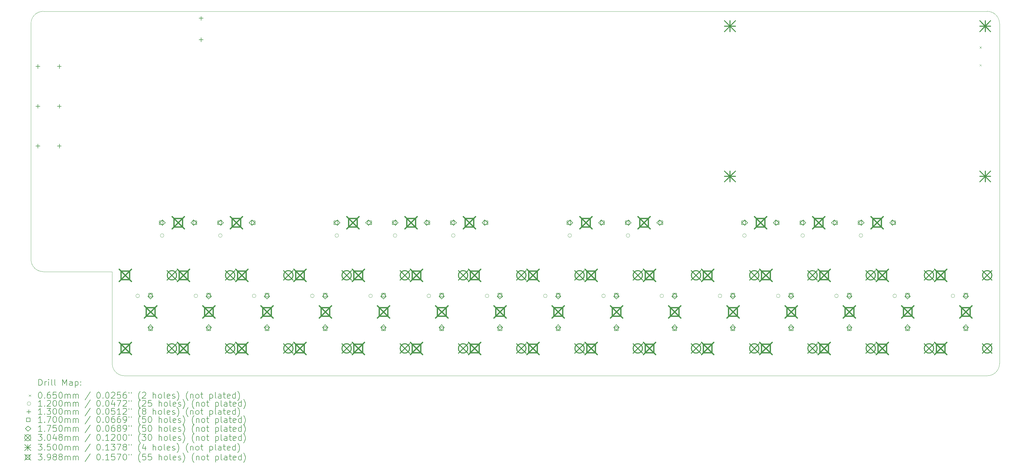
<source format=gbr>
%FSLAX45Y45*%
G04 Gerber Fmt 4.5, Leading zero omitted, Abs format (unit mm)*
G04 Created by KiCad (PCBNEW (6.0.1)) date 2022-03-21 15:47:53*
%MOMM*%
%LPD*%
G01*
G04 APERTURE LIST*
%TA.AperFunction,Profile*%
%ADD10C,0.100000*%
%TD*%
%ADD11C,0.200000*%
%ADD12C,0.065000*%
%ADD13C,0.120000*%
%ADD14C,0.130000*%
%ADD15C,0.170000*%
%ADD16C,0.175000*%
%ADD17C,0.304800*%
%ADD18C,0.350000*%
%ADD19C,0.398780*%
G04 APERTURE END LIST*
D10*
X6650000Y-21700000D02*
X6650000Y-24700000D01*
X4000000Y-21300000D02*
X4000000Y-13600000D01*
X35600000Y-13600000D02*
X35600000Y-24700000D01*
X6650000Y-24700000D02*
G75*
G03*
X7050000Y-25100000I400000J0D01*
G01*
X4400000Y-13200000D02*
G75*
G03*
X4000000Y-13600000I0J-400000D01*
G01*
X4400000Y-13200000D02*
X35200000Y-13200000D01*
X4000000Y-21300000D02*
G75*
G03*
X4400000Y-21700000I400000J0D01*
G01*
X35200000Y-25100000D02*
X7050000Y-25100000D01*
X35600000Y-13600000D02*
G75*
G03*
X35200000Y-13200000I-400000J0D01*
G01*
X4400000Y-21700000D02*
X6650000Y-21700000D01*
X35200000Y-25100000D02*
G75*
G03*
X35600000Y-24700000I0J400000D01*
G01*
D11*
D12*
X34947500Y-14348500D02*
X35012500Y-14413500D01*
X35012500Y-14348500D02*
X34947500Y-14413500D01*
X34947500Y-14926500D02*
X35012500Y-14991500D01*
X35012500Y-14926500D02*
X34947500Y-14991500D01*
D13*
X7540000Y-22490700D02*
G75*
G03*
X7540000Y-22490700I-60000J0D01*
G01*
X8338000Y-20520000D02*
G75*
G03*
X8338000Y-20520000I-60000J0D01*
G01*
X9440000Y-22490700D02*
G75*
G03*
X9440000Y-22490700I-60000J0D01*
G01*
X10238000Y-20520000D02*
G75*
G03*
X10238000Y-20520000I-60000J0D01*
G01*
X11340000Y-22490700D02*
G75*
G03*
X11340000Y-22490700I-60000J0D01*
G01*
X13240000Y-22490700D02*
G75*
G03*
X13240000Y-22490700I-60000J0D01*
G01*
X14038000Y-20520000D02*
G75*
G03*
X14038000Y-20520000I-60000J0D01*
G01*
X15140000Y-22490700D02*
G75*
G03*
X15140000Y-22490700I-60000J0D01*
G01*
X15938000Y-20520000D02*
G75*
G03*
X15938000Y-20520000I-60000J0D01*
G01*
X17040000Y-22490700D02*
G75*
G03*
X17040000Y-22490700I-60000J0D01*
G01*
X17838000Y-20520000D02*
G75*
G03*
X17838000Y-20520000I-60000J0D01*
G01*
X18940000Y-22490700D02*
G75*
G03*
X18940000Y-22490700I-60000J0D01*
G01*
X20840000Y-22490700D02*
G75*
G03*
X20840000Y-22490700I-60000J0D01*
G01*
X21638000Y-20520000D02*
G75*
G03*
X21638000Y-20520000I-60000J0D01*
G01*
X22740000Y-22490700D02*
G75*
G03*
X22740000Y-22490700I-60000J0D01*
G01*
X23538000Y-20520000D02*
G75*
G03*
X23538000Y-20520000I-60000J0D01*
G01*
X24640000Y-22490700D02*
G75*
G03*
X24640000Y-22490700I-60000J0D01*
G01*
X26540000Y-22490700D02*
G75*
G03*
X26540000Y-22490700I-60000J0D01*
G01*
X27338000Y-20520000D02*
G75*
G03*
X27338000Y-20520000I-60000J0D01*
G01*
X28440000Y-22490700D02*
G75*
G03*
X28440000Y-22490700I-60000J0D01*
G01*
X29238000Y-20520000D02*
G75*
G03*
X29238000Y-20520000I-60000J0D01*
G01*
X30340000Y-22490700D02*
G75*
G03*
X30340000Y-22490700I-60000J0D01*
G01*
X31138000Y-20520000D02*
G75*
G03*
X31138000Y-20520000I-60000J0D01*
G01*
X32240000Y-22490700D02*
G75*
G03*
X32240000Y-22490700I-60000J0D01*
G01*
X34140000Y-22490700D02*
G75*
G03*
X34140000Y-22490700I-60000J0D01*
G01*
D14*
X4225000Y-14933250D02*
X4225000Y-15063250D01*
X4160000Y-14998250D02*
X4290000Y-14998250D01*
X4225000Y-16233250D02*
X4225000Y-16363250D01*
X4160000Y-16298250D02*
X4290000Y-16298250D01*
X4225000Y-17533250D02*
X4225000Y-17663250D01*
X4160000Y-17598250D02*
X4290000Y-17598250D01*
X4925000Y-14933250D02*
X4925000Y-15063250D01*
X4860000Y-14998250D02*
X4990000Y-14998250D01*
X4925000Y-16233250D02*
X4925000Y-16363250D01*
X4860000Y-16298250D02*
X4990000Y-16298250D01*
X4925000Y-17533250D02*
X4925000Y-17663250D01*
X4860000Y-17598250D02*
X4990000Y-17598250D01*
X9551750Y-13360000D02*
X9551750Y-13490000D01*
X9486750Y-13425000D02*
X9616750Y-13425000D01*
X9551750Y-14060000D02*
X9551750Y-14190000D01*
X9486750Y-14125000D02*
X9616750Y-14125000D01*
D15*
X7960105Y-22522805D02*
X7960105Y-22402595D01*
X7839895Y-22402595D01*
X7839895Y-22522805D01*
X7960105Y-22522805D01*
X7960105Y-23622805D02*
X7960105Y-23502595D01*
X7839895Y-23502595D01*
X7839895Y-23622805D01*
X7960105Y-23622805D01*
X8310105Y-20160105D02*
X8310105Y-20039895D01*
X8189895Y-20039895D01*
X8189895Y-20160105D01*
X8310105Y-20160105D01*
X9410105Y-20160105D02*
X9410105Y-20039895D01*
X9289895Y-20039895D01*
X9289895Y-20160105D01*
X9410105Y-20160105D01*
X9860105Y-22522805D02*
X9860105Y-22402595D01*
X9739895Y-22402595D01*
X9739895Y-22522805D01*
X9860105Y-22522805D01*
X9860105Y-23622805D02*
X9860105Y-23502595D01*
X9739895Y-23502595D01*
X9739895Y-23622805D01*
X9860105Y-23622805D01*
X10210105Y-20160105D02*
X10210105Y-20039895D01*
X10089895Y-20039895D01*
X10089895Y-20160105D01*
X10210105Y-20160105D01*
X11310105Y-20160105D02*
X11310105Y-20039895D01*
X11189895Y-20039895D01*
X11189895Y-20160105D01*
X11310105Y-20160105D01*
X11760105Y-22522805D02*
X11760105Y-22402595D01*
X11639895Y-22402595D01*
X11639895Y-22522805D01*
X11760105Y-22522805D01*
X11760105Y-23622805D02*
X11760105Y-23502595D01*
X11639895Y-23502595D01*
X11639895Y-23622805D01*
X11760105Y-23622805D01*
X13660105Y-22522805D02*
X13660105Y-22402595D01*
X13539895Y-22402595D01*
X13539895Y-22522805D01*
X13660105Y-22522805D01*
X13660105Y-23622805D02*
X13660105Y-23502595D01*
X13539895Y-23502595D01*
X13539895Y-23622805D01*
X13660105Y-23622805D01*
X14010105Y-20160105D02*
X14010105Y-20039895D01*
X13889895Y-20039895D01*
X13889895Y-20160105D01*
X14010105Y-20160105D01*
X15110105Y-20160105D02*
X15110105Y-20039895D01*
X14989895Y-20039895D01*
X14989895Y-20160105D01*
X15110105Y-20160105D01*
X15560105Y-22522805D02*
X15560105Y-22402595D01*
X15439895Y-22402595D01*
X15439895Y-22522805D01*
X15560105Y-22522805D01*
X15560105Y-23622805D02*
X15560105Y-23502595D01*
X15439895Y-23502595D01*
X15439895Y-23622805D01*
X15560105Y-23622805D01*
X15910105Y-20160105D02*
X15910105Y-20039895D01*
X15789895Y-20039895D01*
X15789895Y-20160105D01*
X15910105Y-20160105D01*
X17010105Y-20160105D02*
X17010105Y-20039895D01*
X16889895Y-20039895D01*
X16889895Y-20160105D01*
X17010105Y-20160105D01*
X17460105Y-22522805D02*
X17460105Y-22402595D01*
X17339895Y-22402595D01*
X17339895Y-22522805D01*
X17460105Y-22522805D01*
X17460105Y-23622805D02*
X17460105Y-23502595D01*
X17339895Y-23502595D01*
X17339895Y-23622805D01*
X17460105Y-23622805D01*
X17810105Y-20160105D02*
X17810105Y-20039895D01*
X17689895Y-20039895D01*
X17689895Y-20160105D01*
X17810105Y-20160105D01*
X18910105Y-20160105D02*
X18910105Y-20039895D01*
X18789895Y-20039895D01*
X18789895Y-20160105D01*
X18910105Y-20160105D01*
X19360105Y-22522805D02*
X19360105Y-22402595D01*
X19239895Y-22402595D01*
X19239895Y-22522805D01*
X19360105Y-22522805D01*
X19360105Y-23622805D02*
X19360105Y-23502595D01*
X19239895Y-23502595D01*
X19239895Y-23622805D01*
X19360105Y-23622805D01*
X21260105Y-22522805D02*
X21260105Y-22402595D01*
X21139895Y-22402595D01*
X21139895Y-22522805D01*
X21260105Y-22522805D01*
X21260105Y-23622805D02*
X21260105Y-23502595D01*
X21139895Y-23502595D01*
X21139895Y-23622805D01*
X21260105Y-23622805D01*
X21610105Y-20160105D02*
X21610105Y-20039895D01*
X21489895Y-20039895D01*
X21489895Y-20160105D01*
X21610105Y-20160105D01*
X22710105Y-20160105D02*
X22710105Y-20039895D01*
X22589895Y-20039895D01*
X22589895Y-20160105D01*
X22710105Y-20160105D01*
X23160105Y-22522805D02*
X23160105Y-22402595D01*
X23039895Y-22402595D01*
X23039895Y-22522805D01*
X23160105Y-22522805D01*
X23160105Y-23622805D02*
X23160105Y-23502595D01*
X23039895Y-23502595D01*
X23039895Y-23622805D01*
X23160105Y-23622805D01*
X23510105Y-20160105D02*
X23510105Y-20039895D01*
X23389895Y-20039895D01*
X23389895Y-20160105D01*
X23510105Y-20160105D01*
X24610105Y-20160105D02*
X24610105Y-20039895D01*
X24489895Y-20039895D01*
X24489895Y-20160105D01*
X24610105Y-20160105D01*
X25060105Y-22522805D02*
X25060105Y-22402595D01*
X24939895Y-22402595D01*
X24939895Y-22522805D01*
X25060105Y-22522805D01*
X25060105Y-23622805D02*
X25060105Y-23502595D01*
X24939895Y-23502595D01*
X24939895Y-23622805D01*
X25060105Y-23622805D01*
X26960105Y-22522805D02*
X26960105Y-22402595D01*
X26839895Y-22402595D01*
X26839895Y-22522805D01*
X26960105Y-22522805D01*
X26960105Y-23622805D02*
X26960105Y-23502595D01*
X26839895Y-23502595D01*
X26839895Y-23622805D01*
X26960105Y-23622805D01*
X27310105Y-20160105D02*
X27310105Y-20039895D01*
X27189895Y-20039895D01*
X27189895Y-20160105D01*
X27310105Y-20160105D01*
X28410105Y-20160105D02*
X28410105Y-20039895D01*
X28289895Y-20039895D01*
X28289895Y-20160105D01*
X28410105Y-20160105D01*
X28860105Y-22522805D02*
X28860105Y-22402595D01*
X28739895Y-22402595D01*
X28739895Y-22522805D01*
X28860105Y-22522805D01*
X28860105Y-23622805D02*
X28860105Y-23502595D01*
X28739895Y-23502595D01*
X28739895Y-23622805D01*
X28860105Y-23622805D01*
X29210105Y-20160105D02*
X29210105Y-20039895D01*
X29089895Y-20039895D01*
X29089895Y-20160105D01*
X29210105Y-20160105D01*
X30310105Y-20160105D02*
X30310105Y-20039895D01*
X30189895Y-20039895D01*
X30189895Y-20160105D01*
X30310105Y-20160105D01*
X30760105Y-22522805D02*
X30760105Y-22402595D01*
X30639895Y-22402595D01*
X30639895Y-22522805D01*
X30760105Y-22522805D01*
X30760105Y-23622805D02*
X30760105Y-23502595D01*
X30639895Y-23502595D01*
X30639895Y-23622805D01*
X30760105Y-23622805D01*
X31110105Y-20160105D02*
X31110105Y-20039895D01*
X30989895Y-20039895D01*
X30989895Y-20160105D01*
X31110105Y-20160105D01*
X32210105Y-20160105D02*
X32210105Y-20039895D01*
X32089895Y-20039895D01*
X32089895Y-20160105D01*
X32210105Y-20160105D01*
X32660105Y-22522805D02*
X32660105Y-22402595D01*
X32539895Y-22402595D01*
X32539895Y-22522805D01*
X32660105Y-22522805D01*
X32660105Y-23622805D02*
X32660105Y-23502595D01*
X32539895Y-23502595D01*
X32539895Y-23622805D01*
X32660105Y-23622805D01*
X34560105Y-22522805D02*
X34560105Y-22402595D01*
X34439895Y-22402595D01*
X34439895Y-22522805D01*
X34560105Y-22522805D01*
X34560105Y-23622805D02*
X34560105Y-23502595D01*
X34439895Y-23502595D01*
X34439895Y-23622805D01*
X34560105Y-23622805D01*
D16*
X7900000Y-22592200D02*
X7987500Y-22504700D01*
X7900000Y-22417200D01*
X7812500Y-22504700D01*
X7900000Y-22592200D01*
X7900000Y-23608200D02*
X7987500Y-23520700D01*
X7900000Y-23433200D01*
X7812500Y-23520700D01*
X7900000Y-23608200D01*
X8292000Y-20187500D02*
X8379500Y-20100000D01*
X8292000Y-20012500D01*
X8204500Y-20100000D01*
X8292000Y-20187500D01*
X9308000Y-20187500D02*
X9395500Y-20100000D01*
X9308000Y-20012500D01*
X9220500Y-20100000D01*
X9308000Y-20187500D01*
X9800000Y-22592200D02*
X9887500Y-22504700D01*
X9800000Y-22417200D01*
X9712500Y-22504700D01*
X9800000Y-22592200D01*
X9800000Y-23608200D02*
X9887500Y-23520700D01*
X9800000Y-23433200D01*
X9712500Y-23520700D01*
X9800000Y-23608200D01*
X10192000Y-20187500D02*
X10279500Y-20100000D01*
X10192000Y-20012500D01*
X10104500Y-20100000D01*
X10192000Y-20187500D01*
X11208000Y-20187500D02*
X11295500Y-20100000D01*
X11208000Y-20012500D01*
X11120500Y-20100000D01*
X11208000Y-20187500D01*
X11700000Y-22592200D02*
X11787500Y-22504700D01*
X11700000Y-22417200D01*
X11612500Y-22504700D01*
X11700000Y-22592200D01*
X11700000Y-23608200D02*
X11787500Y-23520700D01*
X11700000Y-23433200D01*
X11612500Y-23520700D01*
X11700000Y-23608200D01*
X13600000Y-22592200D02*
X13687500Y-22504700D01*
X13600000Y-22417200D01*
X13512500Y-22504700D01*
X13600000Y-22592200D01*
X13600000Y-23608200D02*
X13687500Y-23520700D01*
X13600000Y-23433200D01*
X13512500Y-23520700D01*
X13600000Y-23608200D01*
X13992000Y-20187500D02*
X14079500Y-20100000D01*
X13992000Y-20012500D01*
X13904500Y-20100000D01*
X13992000Y-20187500D01*
X15008000Y-20187500D02*
X15095500Y-20100000D01*
X15008000Y-20012500D01*
X14920500Y-20100000D01*
X15008000Y-20187500D01*
X15500000Y-22592200D02*
X15587500Y-22504700D01*
X15500000Y-22417200D01*
X15412500Y-22504700D01*
X15500000Y-22592200D01*
X15500000Y-23608200D02*
X15587500Y-23520700D01*
X15500000Y-23433200D01*
X15412500Y-23520700D01*
X15500000Y-23608200D01*
X15892000Y-20187500D02*
X15979500Y-20100000D01*
X15892000Y-20012500D01*
X15804500Y-20100000D01*
X15892000Y-20187500D01*
X16908000Y-20187500D02*
X16995500Y-20100000D01*
X16908000Y-20012500D01*
X16820500Y-20100000D01*
X16908000Y-20187500D01*
X17400000Y-22592200D02*
X17487500Y-22504700D01*
X17400000Y-22417200D01*
X17312500Y-22504700D01*
X17400000Y-22592200D01*
X17400000Y-23608200D02*
X17487500Y-23520700D01*
X17400000Y-23433200D01*
X17312500Y-23520700D01*
X17400000Y-23608200D01*
X17792000Y-20187500D02*
X17879500Y-20100000D01*
X17792000Y-20012500D01*
X17704500Y-20100000D01*
X17792000Y-20187500D01*
X18808000Y-20187500D02*
X18895500Y-20100000D01*
X18808000Y-20012500D01*
X18720500Y-20100000D01*
X18808000Y-20187500D01*
X19300000Y-22592200D02*
X19387500Y-22504700D01*
X19300000Y-22417200D01*
X19212500Y-22504700D01*
X19300000Y-22592200D01*
X19300000Y-23608200D02*
X19387500Y-23520700D01*
X19300000Y-23433200D01*
X19212500Y-23520700D01*
X19300000Y-23608200D01*
X21200000Y-22592200D02*
X21287500Y-22504700D01*
X21200000Y-22417200D01*
X21112500Y-22504700D01*
X21200000Y-22592200D01*
X21200000Y-23608200D02*
X21287500Y-23520700D01*
X21200000Y-23433200D01*
X21112500Y-23520700D01*
X21200000Y-23608200D01*
X21592000Y-20187500D02*
X21679500Y-20100000D01*
X21592000Y-20012500D01*
X21504500Y-20100000D01*
X21592000Y-20187500D01*
X22608000Y-20187500D02*
X22695500Y-20100000D01*
X22608000Y-20012500D01*
X22520500Y-20100000D01*
X22608000Y-20187500D01*
X23100000Y-22592200D02*
X23187500Y-22504700D01*
X23100000Y-22417200D01*
X23012500Y-22504700D01*
X23100000Y-22592200D01*
X23100000Y-23608200D02*
X23187500Y-23520700D01*
X23100000Y-23433200D01*
X23012500Y-23520700D01*
X23100000Y-23608200D01*
X23492000Y-20187500D02*
X23579500Y-20100000D01*
X23492000Y-20012500D01*
X23404500Y-20100000D01*
X23492000Y-20187500D01*
X24508000Y-20187500D02*
X24595500Y-20100000D01*
X24508000Y-20012500D01*
X24420500Y-20100000D01*
X24508000Y-20187500D01*
X25000000Y-22592200D02*
X25087500Y-22504700D01*
X25000000Y-22417200D01*
X24912500Y-22504700D01*
X25000000Y-22592200D01*
X25000000Y-23608200D02*
X25087500Y-23520700D01*
X25000000Y-23433200D01*
X24912500Y-23520700D01*
X25000000Y-23608200D01*
X26900000Y-22592200D02*
X26987500Y-22504700D01*
X26900000Y-22417200D01*
X26812500Y-22504700D01*
X26900000Y-22592200D01*
X26900000Y-23608200D02*
X26987500Y-23520700D01*
X26900000Y-23433200D01*
X26812500Y-23520700D01*
X26900000Y-23608200D01*
X27292000Y-20187500D02*
X27379500Y-20100000D01*
X27292000Y-20012500D01*
X27204500Y-20100000D01*
X27292000Y-20187500D01*
X28308000Y-20187500D02*
X28395500Y-20100000D01*
X28308000Y-20012500D01*
X28220500Y-20100000D01*
X28308000Y-20187500D01*
X28800000Y-22592200D02*
X28887500Y-22504700D01*
X28800000Y-22417200D01*
X28712500Y-22504700D01*
X28800000Y-22592200D01*
X28800000Y-23608200D02*
X28887500Y-23520700D01*
X28800000Y-23433200D01*
X28712500Y-23520700D01*
X28800000Y-23608200D01*
X29192000Y-20187500D02*
X29279500Y-20100000D01*
X29192000Y-20012500D01*
X29104500Y-20100000D01*
X29192000Y-20187500D01*
X30208000Y-20187500D02*
X30295500Y-20100000D01*
X30208000Y-20012500D01*
X30120500Y-20100000D01*
X30208000Y-20187500D01*
X30700000Y-22592200D02*
X30787500Y-22504700D01*
X30700000Y-22417200D01*
X30612500Y-22504700D01*
X30700000Y-22592200D01*
X30700000Y-23608200D02*
X30787500Y-23520700D01*
X30700000Y-23433200D01*
X30612500Y-23520700D01*
X30700000Y-23608200D01*
X31092000Y-20187500D02*
X31179500Y-20100000D01*
X31092000Y-20012500D01*
X31004500Y-20100000D01*
X31092000Y-20187500D01*
X32108000Y-20187500D02*
X32195500Y-20100000D01*
X32108000Y-20012500D01*
X32020500Y-20100000D01*
X32108000Y-20187500D01*
X32600000Y-22592200D02*
X32687500Y-22504700D01*
X32600000Y-22417200D01*
X32512500Y-22504700D01*
X32600000Y-22592200D01*
X32600000Y-23608200D02*
X32687500Y-23520700D01*
X32600000Y-23433200D01*
X32512500Y-23520700D01*
X32600000Y-23608200D01*
X34500000Y-22592200D02*
X34587500Y-22504700D01*
X34500000Y-22417200D01*
X34412500Y-22504700D01*
X34500000Y-22592200D01*
X34500000Y-23608200D02*
X34587500Y-23520700D01*
X34500000Y-23433200D01*
X34412500Y-23520700D01*
X34500000Y-23608200D01*
D17*
X8446100Y-21666500D02*
X8750900Y-21971300D01*
X8750900Y-21666500D02*
X8446100Y-21971300D01*
X8750900Y-21818900D02*
G75*
G03*
X8750900Y-21818900I-152400J0D01*
G01*
X8446100Y-24054100D02*
X8750900Y-24358900D01*
X8750900Y-24054100D02*
X8446100Y-24358900D01*
X8750900Y-24206500D02*
G75*
G03*
X8750900Y-24206500I-152400J0D01*
G01*
X10346100Y-21666500D02*
X10650900Y-21971300D01*
X10650900Y-21666500D02*
X10346100Y-21971300D01*
X10650900Y-21818900D02*
G75*
G03*
X10650900Y-21818900I-152400J0D01*
G01*
X10346100Y-24054100D02*
X10650900Y-24358900D01*
X10650900Y-24054100D02*
X10346100Y-24358900D01*
X10650900Y-24206500D02*
G75*
G03*
X10650900Y-24206500I-152400J0D01*
G01*
X12246100Y-21666500D02*
X12550900Y-21971300D01*
X12550900Y-21666500D02*
X12246100Y-21971300D01*
X12550900Y-21818900D02*
G75*
G03*
X12550900Y-21818900I-152400J0D01*
G01*
X12246100Y-24054100D02*
X12550900Y-24358900D01*
X12550900Y-24054100D02*
X12246100Y-24358900D01*
X12550900Y-24206500D02*
G75*
G03*
X12550900Y-24206500I-152400J0D01*
G01*
X14146100Y-21666500D02*
X14450900Y-21971300D01*
X14450900Y-21666500D02*
X14146100Y-21971300D01*
X14450900Y-21818900D02*
G75*
G03*
X14450900Y-21818900I-152400J0D01*
G01*
X14146100Y-24054100D02*
X14450900Y-24358900D01*
X14450900Y-24054100D02*
X14146100Y-24358900D01*
X14450900Y-24206500D02*
G75*
G03*
X14450900Y-24206500I-152400J0D01*
G01*
X16046100Y-21666500D02*
X16350900Y-21971300D01*
X16350900Y-21666500D02*
X16046100Y-21971300D01*
X16350900Y-21818900D02*
G75*
G03*
X16350900Y-21818900I-152400J0D01*
G01*
X16046100Y-24054100D02*
X16350900Y-24358900D01*
X16350900Y-24054100D02*
X16046100Y-24358900D01*
X16350900Y-24206500D02*
G75*
G03*
X16350900Y-24206500I-152400J0D01*
G01*
X17946100Y-21666500D02*
X18250900Y-21971300D01*
X18250900Y-21666500D02*
X17946100Y-21971300D01*
X18250900Y-21818900D02*
G75*
G03*
X18250900Y-21818900I-152400J0D01*
G01*
X17946100Y-24054100D02*
X18250900Y-24358900D01*
X18250900Y-24054100D02*
X17946100Y-24358900D01*
X18250900Y-24206500D02*
G75*
G03*
X18250900Y-24206500I-152400J0D01*
G01*
X19846100Y-21666500D02*
X20150900Y-21971300D01*
X20150900Y-21666500D02*
X19846100Y-21971300D01*
X20150900Y-21818900D02*
G75*
G03*
X20150900Y-21818900I-152400J0D01*
G01*
X19846100Y-24054100D02*
X20150900Y-24358900D01*
X20150900Y-24054100D02*
X19846100Y-24358900D01*
X20150900Y-24206500D02*
G75*
G03*
X20150900Y-24206500I-152400J0D01*
G01*
X21746100Y-21666500D02*
X22050900Y-21971300D01*
X22050900Y-21666500D02*
X21746100Y-21971300D01*
X22050900Y-21818900D02*
G75*
G03*
X22050900Y-21818900I-152400J0D01*
G01*
X21746100Y-24054100D02*
X22050900Y-24358900D01*
X22050900Y-24054100D02*
X21746100Y-24358900D01*
X22050900Y-24206500D02*
G75*
G03*
X22050900Y-24206500I-152400J0D01*
G01*
X23646100Y-21666500D02*
X23950900Y-21971300D01*
X23950900Y-21666500D02*
X23646100Y-21971300D01*
X23950900Y-21818900D02*
G75*
G03*
X23950900Y-21818900I-152400J0D01*
G01*
X23646100Y-24054100D02*
X23950900Y-24358900D01*
X23950900Y-24054100D02*
X23646100Y-24358900D01*
X23950900Y-24206500D02*
G75*
G03*
X23950900Y-24206500I-152400J0D01*
G01*
X25546100Y-21666500D02*
X25850900Y-21971300D01*
X25850900Y-21666500D02*
X25546100Y-21971300D01*
X25850900Y-21818900D02*
G75*
G03*
X25850900Y-21818900I-152400J0D01*
G01*
X25546100Y-24054100D02*
X25850900Y-24358900D01*
X25850900Y-24054100D02*
X25546100Y-24358900D01*
X25850900Y-24206500D02*
G75*
G03*
X25850900Y-24206500I-152400J0D01*
G01*
X27446100Y-21666500D02*
X27750900Y-21971300D01*
X27750900Y-21666500D02*
X27446100Y-21971300D01*
X27750900Y-21818900D02*
G75*
G03*
X27750900Y-21818900I-152400J0D01*
G01*
X27446100Y-24054100D02*
X27750900Y-24358900D01*
X27750900Y-24054100D02*
X27446100Y-24358900D01*
X27750900Y-24206500D02*
G75*
G03*
X27750900Y-24206500I-152400J0D01*
G01*
X29346100Y-21666500D02*
X29650900Y-21971300D01*
X29650900Y-21666500D02*
X29346100Y-21971300D01*
X29650900Y-21818900D02*
G75*
G03*
X29650900Y-21818900I-152400J0D01*
G01*
X29346100Y-24054100D02*
X29650900Y-24358900D01*
X29650900Y-24054100D02*
X29346100Y-24358900D01*
X29650900Y-24206500D02*
G75*
G03*
X29650900Y-24206500I-152400J0D01*
G01*
X31246100Y-21666500D02*
X31550900Y-21971300D01*
X31550900Y-21666500D02*
X31246100Y-21971300D01*
X31550900Y-21818900D02*
G75*
G03*
X31550900Y-21818900I-152400J0D01*
G01*
X31246100Y-24054100D02*
X31550900Y-24358900D01*
X31550900Y-24054100D02*
X31246100Y-24358900D01*
X31550900Y-24206500D02*
G75*
G03*
X31550900Y-24206500I-152400J0D01*
G01*
X33146100Y-21666500D02*
X33450900Y-21971300D01*
X33450900Y-21666500D02*
X33146100Y-21971300D01*
X33450900Y-21818900D02*
G75*
G03*
X33450900Y-21818900I-152400J0D01*
G01*
X33146100Y-24054100D02*
X33450900Y-24358900D01*
X33450900Y-24054100D02*
X33146100Y-24358900D01*
X33450900Y-24206500D02*
G75*
G03*
X33450900Y-24206500I-152400J0D01*
G01*
X35046100Y-21666500D02*
X35350900Y-21971300D01*
X35350900Y-21666500D02*
X35046100Y-21971300D01*
X35350900Y-21818900D02*
G75*
G03*
X35350900Y-21818900I-152400J0D01*
G01*
X35046100Y-24054100D02*
X35350900Y-24358900D01*
X35350900Y-24054100D02*
X35046100Y-24358900D01*
X35350900Y-24206500D02*
G75*
G03*
X35350900Y-24206500I-152400J0D01*
G01*
D18*
X26630000Y-13510500D02*
X26980000Y-13860500D01*
X26980000Y-13510500D02*
X26630000Y-13860500D01*
X26805000Y-13510500D02*
X26805000Y-13860500D01*
X26630000Y-13685500D02*
X26980000Y-13685500D01*
X26630000Y-18414500D02*
X26980000Y-18764500D01*
X26980000Y-18414500D02*
X26630000Y-18764500D01*
X26805000Y-18414500D02*
X26805000Y-18764500D01*
X26630000Y-18589500D02*
X26980000Y-18589500D01*
X34960000Y-13510500D02*
X35310000Y-13860500D01*
X35310000Y-13510500D02*
X34960000Y-13860500D01*
X35135000Y-13510500D02*
X35135000Y-13860500D01*
X34960000Y-13685500D02*
X35310000Y-13685500D01*
X34960000Y-18414500D02*
X35310000Y-18764500D01*
X35310000Y-18414500D02*
X34960000Y-18764500D01*
X35135000Y-18414500D02*
X35135000Y-18764500D01*
X34960000Y-18589500D02*
X35310000Y-18589500D01*
D19*
X6875110Y-21619510D02*
X7273890Y-22018290D01*
X7273890Y-21619510D02*
X6875110Y-22018290D01*
X7215491Y-21959891D02*
X7215491Y-21677909D01*
X6933509Y-21677909D01*
X6933509Y-21959891D01*
X7215491Y-21959891D01*
X6875110Y-24007110D02*
X7273890Y-24405890D01*
X7273890Y-24007110D02*
X6875110Y-24405890D01*
X7215491Y-24347491D02*
X7215491Y-24065509D01*
X6933509Y-24065509D01*
X6933509Y-24347491D01*
X7215491Y-24347491D01*
X7700610Y-22813310D02*
X8099390Y-23212090D01*
X8099390Y-22813310D02*
X7700610Y-23212090D01*
X8040991Y-23153691D02*
X8040991Y-22871709D01*
X7759009Y-22871709D01*
X7759009Y-23153691D01*
X8040991Y-23153691D01*
X8600610Y-19900610D02*
X8999390Y-20299390D01*
X8999390Y-19900610D02*
X8600610Y-20299390D01*
X8940991Y-20240991D02*
X8940991Y-19959009D01*
X8659009Y-19959009D01*
X8659009Y-20240991D01*
X8940991Y-20240991D01*
X8775110Y-21619510D02*
X9173890Y-22018290D01*
X9173890Y-21619510D02*
X8775110Y-22018290D01*
X9115491Y-21959891D02*
X9115491Y-21677909D01*
X8833509Y-21677909D01*
X8833509Y-21959891D01*
X9115491Y-21959891D01*
X8775110Y-24007110D02*
X9173890Y-24405890D01*
X9173890Y-24007110D02*
X8775110Y-24405890D01*
X9115491Y-24347491D02*
X9115491Y-24065509D01*
X8833509Y-24065509D01*
X8833509Y-24347491D01*
X9115491Y-24347491D01*
X9600610Y-22813310D02*
X9999390Y-23212090D01*
X9999390Y-22813310D02*
X9600610Y-23212090D01*
X9940991Y-23153691D02*
X9940991Y-22871709D01*
X9659009Y-22871709D01*
X9659009Y-23153691D01*
X9940991Y-23153691D01*
X10500610Y-19900610D02*
X10899390Y-20299390D01*
X10899390Y-19900610D02*
X10500610Y-20299390D01*
X10840991Y-20240991D02*
X10840991Y-19959009D01*
X10559009Y-19959009D01*
X10559009Y-20240991D01*
X10840991Y-20240991D01*
X10675110Y-21619510D02*
X11073890Y-22018290D01*
X11073890Y-21619510D02*
X10675110Y-22018290D01*
X11015491Y-21959891D02*
X11015491Y-21677909D01*
X10733509Y-21677909D01*
X10733509Y-21959891D01*
X11015491Y-21959891D01*
X10675110Y-24007110D02*
X11073890Y-24405890D01*
X11073890Y-24007110D02*
X10675110Y-24405890D01*
X11015491Y-24347491D02*
X11015491Y-24065509D01*
X10733509Y-24065509D01*
X10733509Y-24347491D01*
X11015491Y-24347491D01*
X11500610Y-22813310D02*
X11899390Y-23212090D01*
X11899390Y-22813310D02*
X11500610Y-23212090D01*
X11840991Y-23153691D02*
X11840991Y-22871709D01*
X11559009Y-22871709D01*
X11559009Y-23153691D01*
X11840991Y-23153691D01*
X12575110Y-21619510D02*
X12973890Y-22018290D01*
X12973890Y-21619510D02*
X12575110Y-22018290D01*
X12915491Y-21959891D02*
X12915491Y-21677909D01*
X12633509Y-21677909D01*
X12633509Y-21959891D01*
X12915491Y-21959891D01*
X12575110Y-24007110D02*
X12973890Y-24405890D01*
X12973890Y-24007110D02*
X12575110Y-24405890D01*
X12915491Y-24347491D02*
X12915491Y-24065509D01*
X12633509Y-24065509D01*
X12633509Y-24347491D01*
X12915491Y-24347491D01*
X13400610Y-22813310D02*
X13799390Y-23212090D01*
X13799390Y-22813310D02*
X13400610Y-23212090D01*
X13740991Y-23153691D02*
X13740991Y-22871709D01*
X13459009Y-22871709D01*
X13459009Y-23153691D01*
X13740991Y-23153691D01*
X14300610Y-19900610D02*
X14699390Y-20299390D01*
X14699390Y-19900610D02*
X14300610Y-20299390D01*
X14640991Y-20240991D02*
X14640991Y-19959009D01*
X14359009Y-19959009D01*
X14359009Y-20240991D01*
X14640991Y-20240991D01*
X14475110Y-21619510D02*
X14873890Y-22018290D01*
X14873890Y-21619510D02*
X14475110Y-22018290D01*
X14815491Y-21959891D02*
X14815491Y-21677909D01*
X14533509Y-21677909D01*
X14533509Y-21959891D01*
X14815491Y-21959891D01*
X14475110Y-24007110D02*
X14873890Y-24405890D01*
X14873890Y-24007110D02*
X14475110Y-24405890D01*
X14815491Y-24347491D02*
X14815491Y-24065509D01*
X14533509Y-24065509D01*
X14533509Y-24347491D01*
X14815491Y-24347491D01*
X15300610Y-22813310D02*
X15699390Y-23212090D01*
X15699390Y-22813310D02*
X15300610Y-23212090D01*
X15640991Y-23153691D02*
X15640991Y-22871709D01*
X15359009Y-22871709D01*
X15359009Y-23153691D01*
X15640991Y-23153691D01*
X16200610Y-19900610D02*
X16599390Y-20299390D01*
X16599390Y-19900610D02*
X16200610Y-20299390D01*
X16540991Y-20240991D02*
X16540991Y-19959009D01*
X16259009Y-19959009D01*
X16259009Y-20240991D01*
X16540991Y-20240991D01*
X16375110Y-21619510D02*
X16773890Y-22018290D01*
X16773890Y-21619510D02*
X16375110Y-22018290D01*
X16715491Y-21959891D02*
X16715491Y-21677909D01*
X16433509Y-21677909D01*
X16433509Y-21959891D01*
X16715491Y-21959891D01*
X16375110Y-24007110D02*
X16773890Y-24405890D01*
X16773890Y-24007110D02*
X16375110Y-24405890D01*
X16715491Y-24347491D02*
X16715491Y-24065509D01*
X16433509Y-24065509D01*
X16433509Y-24347491D01*
X16715491Y-24347491D01*
X17200610Y-22813310D02*
X17599390Y-23212090D01*
X17599390Y-22813310D02*
X17200610Y-23212090D01*
X17540991Y-23153691D02*
X17540991Y-22871709D01*
X17259009Y-22871709D01*
X17259009Y-23153691D01*
X17540991Y-23153691D01*
X18100610Y-19900610D02*
X18499390Y-20299390D01*
X18499390Y-19900610D02*
X18100610Y-20299390D01*
X18440991Y-20240991D02*
X18440991Y-19959009D01*
X18159009Y-19959009D01*
X18159009Y-20240991D01*
X18440991Y-20240991D01*
X18275110Y-21619510D02*
X18673890Y-22018290D01*
X18673890Y-21619510D02*
X18275110Y-22018290D01*
X18615491Y-21959891D02*
X18615491Y-21677909D01*
X18333509Y-21677909D01*
X18333509Y-21959891D01*
X18615491Y-21959891D01*
X18275110Y-24007110D02*
X18673890Y-24405890D01*
X18673890Y-24007110D02*
X18275110Y-24405890D01*
X18615491Y-24347491D02*
X18615491Y-24065509D01*
X18333509Y-24065509D01*
X18333509Y-24347491D01*
X18615491Y-24347491D01*
X19100610Y-22813310D02*
X19499390Y-23212090D01*
X19499390Y-22813310D02*
X19100610Y-23212090D01*
X19440991Y-23153691D02*
X19440991Y-22871709D01*
X19159009Y-22871709D01*
X19159009Y-23153691D01*
X19440991Y-23153691D01*
X20175110Y-21619510D02*
X20573890Y-22018290D01*
X20573890Y-21619510D02*
X20175110Y-22018290D01*
X20515491Y-21959891D02*
X20515491Y-21677909D01*
X20233509Y-21677909D01*
X20233509Y-21959891D01*
X20515491Y-21959891D01*
X20175110Y-24007110D02*
X20573890Y-24405890D01*
X20573890Y-24007110D02*
X20175110Y-24405890D01*
X20515491Y-24347491D02*
X20515491Y-24065509D01*
X20233509Y-24065509D01*
X20233509Y-24347491D01*
X20515491Y-24347491D01*
X21000610Y-22813310D02*
X21399390Y-23212090D01*
X21399390Y-22813310D02*
X21000610Y-23212090D01*
X21340991Y-23153691D02*
X21340991Y-22871709D01*
X21059009Y-22871709D01*
X21059009Y-23153691D01*
X21340991Y-23153691D01*
X21900610Y-19900610D02*
X22299390Y-20299390D01*
X22299390Y-19900610D02*
X21900610Y-20299390D01*
X22240991Y-20240991D02*
X22240991Y-19959009D01*
X21959009Y-19959009D01*
X21959009Y-20240991D01*
X22240991Y-20240991D01*
X22075110Y-21619510D02*
X22473890Y-22018290D01*
X22473890Y-21619510D02*
X22075110Y-22018290D01*
X22415491Y-21959891D02*
X22415491Y-21677909D01*
X22133509Y-21677909D01*
X22133509Y-21959891D01*
X22415491Y-21959891D01*
X22075110Y-24007110D02*
X22473890Y-24405890D01*
X22473890Y-24007110D02*
X22075110Y-24405890D01*
X22415491Y-24347491D02*
X22415491Y-24065509D01*
X22133509Y-24065509D01*
X22133509Y-24347491D01*
X22415491Y-24347491D01*
X22900610Y-22813310D02*
X23299390Y-23212090D01*
X23299390Y-22813310D02*
X22900610Y-23212090D01*
X23240991Y-23153691D02*
X23240991Y-22871709D01*
X22959009Y-22871709D01*
X22959009Y-23153691D01*
X23240991Y-23153691D01*
X23800610Y-19900610D02*
X24199390Y-20299390D01*
X24199390Y-19900610D02*
X23800610Y-20299390D01*
X24140991Y-20240991D02*
X24140991Y-19959009D01*
X23859009Y-19959009D01*
X23859009Y-20240991D01*
X24140991Y-20240991D01*
X23975110Y-21619510D02*
X24373890Y-22018290D01*
X24373890Y-21619510D02*
X23975110Y-22018290D01*
X24315491Y-21959891D02*
X24315491Y-21677909D01*
X24033509Y-21677909D01*
X24033509Y-21959891D01*
X24315491Y-21959891D01*
X23975110Y-24007110D02*
X24373890Y-24405890D01*
X24373890Y-24007110D02*
X23975110Y-24405890D01*
X24315491Y-24347491D02*
X24315491Y-24065509D01*
X24033509Y-24065509D01*
X24033509Y-24347491D01*
X24315491Y-24347491D01*
X24800610Y-22813310D02*
X25199390Y-23212090D01*
X25199390Y-22813310D02*
X24800610Y-23212090D01*
X25140991Y-23153691D02*
X25140991Y-22871709D01*
X24859009Y-22871709D01*
X24859009Y-23153691D01*
X25140991Y-23153691D01*
X25875110Y-21619510D02*
X26273890Y-22018290D01*
X26273890Y-21619510D02*
X25875110Y-22018290D01*
X26215491Y-21959891D02*
X26215491Y-21677909D01*
X25933509Y-21677909D01*
X25933509Y-21959891D01*
X26215491Y-21959891D01*
X25875110Y-24007110D02*
X26273890Y-24405890D01*
X26273890Y-24007110D02*
X25875110Y-24405890D01*
X26215491Y-24347491D02*
X26215491Y-24065509D01*
X25933509Y-24065509D01*
X25933509Y-24347491D01*
X26215491Y-24347491D01*
X26700610Y-22813310D02*
X27099390Y-23212090D01*
X27099390Y-22813310D02*
X26700610Y-23212090D01*
X27040991Y-23153691D02*
X27040991Y-22871709D01*
X26759009Y-22871709D01*
X26759009Y-23153691D01*
X27040991Y-23153691D01*
X27600610Y-19900610D02*
X27999390Y-20299390D01*
X27999390Y-19900610D02*
X27600610Y-20299390D01*
X27940991Y-20240991D02*
X27940991Y-19959009D01*
X27659009Y-19959009D01*
X27659009Y-20240991D01*
X27940991Y-20240991D01*
X27775110Y-21619510D02*
X28173890Y-22018290D01*
X28173890Y-21619510D02*
X27775110Y-22018290D01*
X28115491Y-21959891D02*
X28115491Y-21677909D01*
X27833509Y-21677909D01*
X27833509Y-21959891D01*
X28115491Y-21959891D01*
X27775110Y-24007110D02*
X28173890Y-24405890D01*
X28173890Y-24007110D02*
X27775110Y-24405890D01*
X28115491Y-24347491D02*
X28115491Y-24065509D01*
X27833509Y-24065509D01*
X27833509Y-24347491D01*
X28115491Y-24347491D01*
X28600610Y-22813310D02*
X28999390Y-23212090D01*
X28999390Y-22813310D02*
X28600610Y-23212090D01*
X28940991Y-23153691D02*
X28940991Y-22871709D01*
X28659009Y-22871709D01*
X28659009Y-23153691D01*
X28940991Y-23153691D01*
X29500610Y-19900610D02*
X29899390Y-20299390D01*
X29899390Y-19900610D02*
X29500610Y-20299390D01*
X29840991Y-20240991D02*
X29840991Y-19959009D01*
X29559009Y-19959009D01*
X29559009Y-20240991D01*
X29840991Y-20240991D01*
X29675110Y-21619510D02*
X30073890Y-22018290D01*
X30073890Y-21619510D02*
X29675110Y-22018290D01*
X30015491Y-21959891D02*
X30015491Y-21677909D01*
X29733509Y-21677909D01*
X29733509Y-21959891D01*
X30015491Y-21959891D01*
X29675110Y-24007110D02*
X30073890Y-24405890D01*
X30073890Y-24007110D02*
X29675110Y-24405890D01*
X30015491Y-24347491D02*
X30015491Y-24065509D01*
X29733509Y-24065509D01*
X29733509Y-24347491D01*
X30015491Y-24347491D01*
X30500610Y-22813310D02*
X30899390Y-23212090D01*
X30899390Y-22813310D02*
X30500610Y-23212090D01*
X30840991Y-23153691D02*
X30840991Y-22871709D01*
X30559009Y-22871709D01*
X30559009Y-23153691D01*
X30840991Y-23153691D01*
X31400610Y-19900610D02*
X31799390Y-20299390D01*
X31799390Y-19900610D02*
X31400610Y-20299390D01*
X31740991Y-20240991D02*
X31740991Y-19959009D01*
X31459009Y-19959009D01*
X31459009Y-20240991D01*
X31740991Y-20240991D01*
X31575110Y-21619510D02*
X31973890Y-22018290D01*
X31973890Y-21619510D02*
X31575110Y-22018290D01*
X31915491Y-21959891D02*
X31915491Y-21677909D01*
X31633509Y-21677909D01*
X31633509Y-21959891D01*
X31915491Y-21959891D01*
X31575110Y-24007110D02*
X31973890Y-24405890D01*
X31973890Y-24007110D02*
X31575110Y-24405890D01*
X31915491Y-24347491D02*
X31915491Y-24065509D01*
X31633509Y-24065509D01*
X31633509Y-24347491D01*
X31915491Y-24347491D01*
X32400610Y-22813310D02*
X32799390Y-23212090D01*
X32799390Y-22813310D02*
X32400610Y-23212090D01*
X32740991Y-23153691D02*
X32740991Y-22871709D01*
X32459009Y-22871709D01*
X32459009Y-23153691D01*
X32740991Y-23153691D01*
X33475110Y-21619510D02*
X33873890Y-22018290D01*
X33873890Y-21619510D02*
X33475110Y-22018290D01*
X33815491Y-21959891D02*
X33815491Y-21677909D01*
X33533509Y-21677909D01*
X33533509Y-21959891D01*
X33815491Y-21959891D01*
X33475110Y-24007110D02*
X33873890Y-24405890D01*
X33873890Y-24007110D02*
X33475110Y-24405890D01*
X33815491Y-24347491D02*
X33815491Y-24065509D01*
X33533509Y-24065509D01*
X33533509Y-24347491D01*
X33815491Y-24347491D01*
X34300610Y-22813310D02*
X34699390Y-23212090D01*
X34699390Y-22813310D02*
X34300610Y-23212090D01*
X34640991Y-23153691D02*
X34640991Y-22871709D01*
X34359009Y-22871709D01*
X34359009Y-23153691D01*
X34640991Y-23153691D01*
D11*
X4252619Y-25415476D02*
X4252619Y-25215476D01*
X4300238Y-25215476D01*
X4328810Y-25225000D01*
X4347857Y-25244048D01*
X4357381Y-25263095D01*
X4366905Y-25301190D01*
X4366905Y-25329762D01*
X4357381Y-25367857D01*
X4347857Y-25386905D01*
X4328810Y-25405952D01*
X4300238Y-25415476D01*
X4252619Y-25415476D01*
X4452619Y-25415476D02*
X4452619Y-25282143D01*
X4452619Y-25320238D02*
X4462143Y-25301190D01*
X4471667Y-25291667D01*
X4490714Y-25282143D01*
X4509762Y-25282143D01*
X4576429Y-25415476D02*
X4576429Y-25282143D01*
X4576429Y-25215476D02*
X4566905Y-25225000D01*
X4576429Y-25234524D01*
X4585952Y-25225000D01*
X4576429Y-25215476D01*
X4576429Y-25234524D01*
X4700238Y-25415476D02*
X4681190Y-25405952D01*
X4671667Y-25386905D01*
X4671667Y-25215476D01*
X4805000Y-25415476D02*
X4785952Y-25405952D01*
X4776429Y-25386905D01*
X4776429Y-25215476D01*
X5033571Y-25415476D02*
X5033571Y-25215476D01*
X5100238Y-25358333D01*
X5166905Y-25215476D01*
X5166905Y-25415476D01*
X5347857Y-25415476D02*
X5347857Y-25310714D01*
X5338333Y-25291667D01*
X5319286Y-25282143D01*
X5281190Y-25282143D01*
X5262143Y-25291667D01*
X5347857Y-25405952D02*
X5328810Y-25415476D01*
X5281190Y-25415476D01*
X5262143Y-25405952D01*
X5252619Y-25386905D01*
X5252619Y-25367857D01*
X5262143Y-25348809D01*
X5281190Y-25339286D01*
X5328810Y-25339286D01*
X5347857Y-25329762D01*
X5443095Y-25282143D02*
X5443095Y-25482143D01*
X5443095Y-25291667D02*
X5462143Y-25282143D01*
X5500238Y-25282143D01*
X5519286Y-25291667D01*
X5528810Y-25301190D01*
X5538333Y-25320238D01*
X5538333Y-25377381D01*
X5528810Y-25396428D01*
X5519286Y-25405952D01*
X5500238Y-25415476D01*
X5462143Y-25415476D01*
X5443095Y-25405952D01*
X5624048Y-25396428D02*
X5633571Y-25405952D01*
X5624048Y-25415476D01*
X5614524Y-25405952D01*
X5624048Y-25396428D01*
X5624048Y-25415476D01*
X5624048Y-25291667D02*
X5633571Y-25301190D01*
X5624048Y-25310714D01*
X5614524Y-25301190D01*
X5624048Y-25291667D01*
X5624048Y-25310714D01*
D12*
X3930000Y-25712500D02*
X3995000Y-25777500D01*
X3995000Y-25712500D02*
X3930000Y-25777500D01*
D11*
X4290714Y-25635476D02*
X4309762Y-25635476D01*
X4328810Y-25645000D01*
X4338333Y-25654524D01*
X4347857Y-25673571D01*
X4357381Y-25711667D01*
X4357381Y-25759286D01*
X4347857Y-25797381D01*
X4338333Y-25816428D01*
X4328810Y-25825952D01*
X4309762Y-25835476D01*
X4290714Y-25835476D01*
X4271667Y-25825952D01*
X4262143Y-25816428D01*
X4252619Y-25797381D01*
X4243095Y-25759286D01*
X4243095Y-25711667D01*
X4252619Y-25673571D01*
X4262143Y-25654524D01*
X4271667Y-25645000D01*
X4290714Y-25635476D01*
X4443095Y-25816428D02*
X4452619Y-25825952D01*
X4443095Y-25835476D01*
X4433571Y-25825952D01*
X4443095Y-25816428D01*
X4443095Y-25835476D01*
X4624048Y-25635476D02*
X4585952Y-25635476D01*
X4566905Y-25645000D01*
X4557381Y-25654524D01*
X4538333Y-25683095D01*
X4528810Y-25721190D01*
X4528810Y-25797381D01*
X4538333Y-25816428D01*
X4547857Y-25825952D01*
X4566905Y-25835476D01*
X4605000Y-25835476D01*
X4624048Y-25825952D01*
X4633571Y-25816428D01*
X4643095Y-25797381D01*
X4643095Y-25749762D01*
X4633571Y-25730714D01*
X4624048Y-25721190D01*
X4605000Y-25711667D01*
X4566905Y-25711667D01*
X4547857Y-25721190D01*
X4538333Y-25730714D01*
X4528810Y-25749762D01*
X4824048Y-25635476D02*
X4728810Y-25635476D01*
X4719286Y-25730714D01*
X4728810Y-25721190D01*
X4747857Y-25711667D01*
X4795476Y-25711667D01*
X4814524Y-25721190D01*
X4824048Y-25730714D01*
X4833571Y-25749762D01*
X4833571Y-25797381D01*
X4824048Y-25816428D01*
X4814524Y-25825952D01*
X4795476Y-25835476D01*
X4747857Y-25835476D01*
X4728810Y-25825952D01*
X4719286Y-25816428D01*
X4957381Y-25635476D02*
X4976429Y-25635476D01*
X4995476Y-25645000D01*
X5005000Y-25654524D01*
X5014524Y-25673571D01*
X5024048Y-25711667D01*
X5024048Y-25759286D01*
X5014524Y-25797381D01*
X5005000Y-25816428D01*
X4995476Y-25825952D01*
X4976429Y-25835476D01*
X4957381Y-25835476D01*
X4938333Y-25825952D01*
X4928810Y-25816428D01*
X4919286Y-25797381D01*
X4909762Y-25759286D01*
X4909762Y-25711667D01*
X4919286Y-25673571D01*
X4928810Y-25654524D01*
X4938333Y-25645000D01*
X4957381Y-25635476D01*
X5109762Y-25835476D02*
X5109762Y-25702143D01*
X5109762Y-25721190D02*
X5119286Y-25711667D01*
X5138333Y-25702143D01*
X5166905Y-25702143D01*
X5185952Y-25711667D01*
X5195476Y-25730714D01*
X5195476Y-25835476D01*
X5195476Y-25730714D02*
X5205000Y-25711667D01*
X5224048Y-25702143D01*
X5252619Y-25702143D01*
X5271667Y-25711667D01*
X5281190Y-25730714D01*
X5281190Y-25835476D01*
X5376429Y-25835476D02*
X5376429Y-25702143D01*
X5376429Y-25721190D02*
X5385952Y-25711667D01*
X5405000Y-25702143D01*
X5433571Y-25702143D01*
X5452619Y-25711667D01*
X5462143Y-25730714D01*
X5462143Y-25835476D01*
X5462143Y-25730714D02*
X5471667Y-25711667D01*
X5490714Y-25702143D01*
X5519286Y-25702143D01*
X5538333Y-25711667D01*
X5547857Y-25730714D01*
X5547857Y-25835476D01*
X5938333Y-25625952D02*
X5766905Y-25883095D01*
X6195476Y-25635476D02*
X6214524Y-25635476D01*
X6233571Y-25645000D01*
X6243095Y-25654524D01*
X6252619Y-25673571D01*
X6262143Y-25711667D01*
X6262143Y-25759286D01*
X6252619Y-25797381D01*
X6243095Y-25816428D01*
X6233571Y-25825952D01*
X6214524Y-25835476D01*
X6195476Y-25835476D01*
X6176428Y-25825952D01*
X6166905Y-25816428D01*
X6157381Y-25797381D01*
X6147857Y-25759286D01*
X6147857Y-25711667D01*
X6157381Y-25673571D01*
X6166905Y-25654524D01*
X6176428Y-25645000D01*
X6195476Y-25635476D01*
X6347857Y-25816428D02*
X6357381Y-25825952D01*
X6347857Y-25835476D01*
X6338333Y-25825952D01*
X6347857Y-25816428D01*
X6347857Y-25835476D01*
X6481190Y-25635476D02*
X6500238Y-25635476D01*
X6519286Y-25645000D01*
X6528809Y-25654524D01*
X6538333Y-25673571D01*
X6547857Y-25711667D01*
X6547857Y-25759286D01*
X6538333Y-25797381D01*
X6528809Y-25816428D01*
X6519286Y-25825952D01*
X6500238Y-25835476D01*
X6481190Y-25835476D01*
X6462143Y-25825952D01*
X6452619Y-25816428D01*
X6443095Y-25797381D01*
X6433571Y-25759286D01*
X6433571Y-25711667D01*
X6443095Y-25673571D01*
X6452619Y-25654524D01*
X6462143Y-25645000D01*
X6481190Y-25635476D01*
X6624048Y-25654524D02*
X6633571Y-25645000D01*
X6652619Y-25635476D01*
X6700238Y-25635476D01*
X6719286Y-25645000D01*
X6728809Y-25654524D01*
X6738333Y-25673571D01*
X6738333Y-25692619D01*
X6728809Y-25721190D01*
X6614524Y-25835476D01*
X6738333Y-25835476D01*
X6919286Y-25635476D02*
X6824048Y-25635476D01*
X6814524Y-25730714D01*
X6824048Y-25721190D01*
X6843095Y-25711667D01*
X6890714Y-25711667D01*
X6909762Y-25721190D01*
X6919286Y-25730714D01*
X6928809Y-25749762D01*
X6928809Y-25797381D01*
X6919286Y-25816428D01*
X6909762Y-25825952D01*
X6890714Y-25835476D01*
X6843095Y-25835476D01*
X6824048Y-25825952D01*
X6814524Y-25816428D01*
X7100238Y-25635476D02*
X7062143Y-25635476D01*
X7043095Y-25645000D01*
X7033571Y-25654524D01*
X7014524Y-25683095D01*
X7005000Y-25721190D01*
X7005000Y-25797381D01*
X7014524Y-25816428D01*
X7024048Y-25825952D01*
X7043095Y-25835476D01*
X7081190Y-25835476D01*
X7100238Y-25825952D01*
X7109762Y-25816428D01*
X7119286Y-25797381D01*
X7119286Y-25749762D01*
X7109762Y-25730714D01*
X7100238Y-25721190D01*
X7081190Y-25711667D01*
X7043095Y-25711667D01*
X7024048Y-25721190D01*
X7014524Y-25730714D01*
X7005000Y-25749762D01*
X7195476Y-25635476D02*
X7195476Y-25673571D01*
X7271667Y-25635476D02*
X7271667Y-25673571D01*
X7566905Y-25911667D02*
X7557381Y-25902143D01*
X7538333Y-25873571D01*
X7528809Y-25854524D01*
X7519286Y-25825952D01*
X7509762Y-25778333D01*
X7509762Y-25740238D01*
X7519286Y-25692619D01*
X7528809Y-25664048D01*
X7538333Y-25645000D01*
X7557381Y-25616428D01*
X7566905Y-25606905D01*
X7633571Y-25654524D02*
X7643095Y-25645000D01*
X7662143Y-25635476D01*
X7709762Y-25635476D01*
X7728809Y-25645000D01*
X7738333Y-25654524D01*
X7747857Y-25673571D01*
X7747857Y-25692619D01*
X7738333Y-25721190D01*
X7624048Y-25835476D01*
X7747857Y-25835476D01*
X7985952Y-25835476D02*
X7985952Y-25635476D01*
X8071667Y-25835476D02*
X8071667Y-25730714D01*
X8062143Y-25711667D01*
X8043095Y-25702143D01*
X8014524Y-25702143D01*
X7995476Y-25711667D01*
X7985952Y-25721190D01*
X8195476Y-25835476D02*
X8176428Y-25825952D01*
X8166905Y-25816428D01*
X8157381Y-25797381D01*
X8157381Y-25740238D01*
X8166905Y-25721190D01*
X8176428Y-25711667D01*
X8195476Y-25702143D01*
X8224048Y-25702143D01*
X8243095Y-25711667D01*
X8252619Y-25721190D01*
X8262143Y-25740238D01*
X8262143Y-25797381D01*
X8252619Y-25816428D01*
X8243095Y-25825952D01*
X8224048Y-25835476D01*
X8195476Y-25835476D01*
X8376428Y-25835476D02*
X8357381Y-25825952D01*
X8347857Y-25806905D01*
X8347857Y-25635476D01*
X8528810Y-25825952D02*
X8509762Y-25835476D01*
X8471667Y-25835476D01*
X8452619Y-25825952D01*
X8443095Y-25806905D01*
X8443095Y-25730714D01*
X8452619Y-25711667D01*
X8471667Y-25702143D01*
X8509762Y-25702143D01*
X8528810Y-25711667D01*
X8538333Y-25730714D01*
X8538333Y-25749762D01*
X8443095Y-25768809D01*
X8614524Y-25825952D02*
X8633571Y-25835476D01*
X8671667Y-25835476D01*
X8690714Y-25825952D01*
X8700238Y-25806905D01*
X8700238Y-25797381D01*
X8690714Y-25778333D01*
X8671667Y-25768809D01*
X8643095Y-25768809D01*
X8624048Y-25759286D01*
X8614524Y-25740238D01*
X8614524Y-25730714D01*
X8624048Y-25711667D01*
X8643095Y-25702143D01*
X8671667Y-25702143D01*
X8690714Y-25711667D01*
X8766905Y-25911667D02*
X8776429Y-25902143D01*
X8795476Y-25873571D01*
X8805000Y-25854524D01*
X8814524Y-25825952D01*
X8824048Y-25778333D01*
X8824048Y-25740238D01*
X8814524Y-25692619D01*
X8805000Y-25664048D01*
X8795476Y-25645000D01*
X8776429Y-25616428D01*
X8766905Y-25606905D01*
X9128810Y-25911667D02*
X9119286Y-25902143D01*
X9100238Y-25873571D01*
X9090714Y-25854524D01*
X9081190Y-25825952D01*
X9071667Y-25778333D01*
X9071667Y-25740238D01*
X9081190Y-25692619D01*
X9090714Y-25664048D01*
X9100238Y-25645000D01*
X9119286Y-25616428D01*
X9128810Y-25606905D01*
X9205000Y-25702143D02*
X9205000Y-25835476D01*
X9205000Y-25721190D02*
X9214524Y-25711667D01*
X9233571Y-25702143D01*
X9262143Y-25702143D01*
X9281190Y-25711667D01*
X9290714Y-25730714D01*
X9290714Y-25835476D01*
X9414524Y-25835476D02*
X9395476Y-25825952D01*
X9385952Y-25816428D01*
X9376429Y-25797381D01*
X9376429Y-25740238D01*
X9385952Y-25721190D01*
X9395476Y-25711667D01*
X9414524Y-25702143D01*
X9443095Y-25702143D01*
X9462143Y-25711667D01*
X9471667Y-25721190D01*
X9481190Y-25740238D01*
X9481190Y-25797381D01*
X9471667Y-25816428D01*
X9462143Y-25825952D01*
X9443095Y-25835476D01*
X9414524Y-25835476D01*
X9538333Y-25702143D02*
X9614524Y-25702143D01*
X9566905Y-25635476D02*
X9566905Y-25806905D01*
X9576429Y-25825952D01*
X9595476Y-25835476D01*
X9614524Y-25835476D01*
X9833571Y-25702143D02*
X9833571Y-25902143D01*
X9833571Y-25711667D02*
X9852619Y-25702143D01*
X9890714Y-25702143D01*
X9909762Y-25711667D01*
X9919286Y-25721190D01*
X9928810Y-25740238D01*
X9928810Y-25797381D01*
X9919286Y-25816428D01*
X9909762Y-25825952D01*
X9890714Y-25835476D01*
X9852619Y-25835476D01*
X9833571Y-25825952D01*
X10043095Y-25835476D02*
X10024048Y-25825952D01*
X10014524Y-25806905D01*
X10014524Y-25635476D01*
X10205000Y-25835476D02*
X10205000Y-25730714D01*
X10195476Y-25711667D01*
X10176429Y-25702143D01*
X10138333Y-25702143D01*
X10119286Y-25711667D01*
X10205000Y-25825952D02*
X10185952Y-25835476D01*
X10138333Y-25835476D01*
X10119286Y-25825952D01*
X10109762Y-25806905D01*
X10109762Y-25787857D01*
X10119286Y-25768809D01*
X10138333Y-25759286D01*
X10185952Y-25759286D01*
X10205000Y-25749762D01*
X10271667Y-25702143D02*
X10347857Y-25702143D01*
X10300238Y-25635476D02*
X10300238Y-25806905D01*
X10309762Y-25825952D01*
X10328810Y-25835476D01*
X10347857Y-25835476D01*
X10490714Y-25825952D02*
X10471667Y-25835476D01*
X10433571Y-25835476D01*
X10414524Y-25825952D01*
X10405000Y-25806905D01*
X10405000Y-25730714D01*
X10414524Y-25711667D01*
X10433571Y-25702143D01*
X10471667Y-25702143D01*
X10490714Y-25711667D01*
X10500238Y-25730714D01*
X10500238Y-25749762D01*
X10405000Y-25768809D01*
X10671667Y-25835476D02*
X10671667Y-25635476D01*
X10671667Y-25825952D02*
X10652619Y-25835476D01*
X10614524Y-25835476D01*
X10595476Y-25825952D01*
X10585952Y-25816428D01*
X10576429Y-25797381D01*
X10576429Y-25740238D01*
X10585952Y-25721190D01*
X10595476Y-25711667D01*
X10614524Y-25702143D01*
X10652619Y-25702143D01*
X10671667Y-25711667D01*
X10747857Y-25911667D02*
X10757381Y-25902143D01*
X10776429Y-25873571D01*
X10785952Y-25854524D01*
X10795476Y-25825952D01*
X10805000Y-25778333D01*
X10805000Y-25740238D01*
X10795476Y-25692619D01*
X10785952Y-25664048D01*
X10776429Y-25645000D01*
X10757381Y-25616428D01*
X10747857Y-25606905D01*
D13*
X3995000Y-26009000D02*
G75*
G03*
X3995000Y-26009000I-60000J0D01*
G01*
D11*
X4357381Y-26099476D02*
X4243095Y-26099476D01*
X4300238Y-26099476D02*
X4300238Y-25899476D01*
X4281190Y-25928048D01*
X4262143Y-25947095D01*
X4243095Y-25956619D01*
X4443095Y-26080428D02*
X4452619Y-26089952D01*
X4443095Y-26099476D01*
X4433571Y-26089952D01*
X4443095Y-26080428D01*
X4443095Y-26099476D01*
X4528810Y-25918524D02*
X4538333Y-25909000D01*
X4557381Y-25899476D01*
X4605000Y-25899476D01*
X4624048Y-25909000D01*
X4633571Y-25918524D01*
X4643095Y-25937571D01*
X4643095Y-25956619D01*
X4633571Y-25985190D01*
X4519286Y-26099476D01*
X4643095Y-26099476D01*
X4766905Y-25899476D02*
X4785952Y-25899476D01*
X4805000Y-25909000D01*
X4814524Y-25918524D01*
X4824048Y-25937571D01*
X4833571Y-25975667D01*
X4833571Y-26023286D01*
X4824048Y-26061381D01*
X4814524Y-26080428D01*
X4805000Y-26089952D01*
X4785952Y-26099476D01*
X4766905Y-26099476D01*
X4747857Y-26089952D01*
X4738333Y-26080428D01*
X4728810Y-26061381D01*
X4719286Y-26023286D01*
X4719286Y-25975667D01*
X4728810Y-25937571D01*
X4738333Y-25918524D01*
X4747857Y-25909000D01*
X4766905Y-25899476D01*
X4957381Y-25899476D02*
X4976429Y-25899476D01*
X4995476Y-25909000D01*
X5005000Y-25918524D01*
X5014524Y-25937571D01*
X5024048Y-25975667D01*
X5024048Y-26023286D01*
X5014524Y-26061381D01*
X5005000Y-26080428D01*
X4995476Y-26089952D01*
X4976429Y-26099476D01*
X4957381Y-26099476D01*
X4938333Y-26089952D01*
X4928810Y-26080428D01*
X4919286Y-26061381D01*
X4909762Y-26023286D01*
X4909762Y-25975667D01*
X4919286Y-25937571D01*
X4928810Y-25918524D01*
X4938333Y-25909000D01*
X4957381Y-25899476D01*
X5109762Y-26099476D02*
X5109762Y-25966143D01*
X5109762Y-25985190D02*
X5119286Y-25975667D01*
X5138333Y-25966143D01*
X5166905Y-25966143D01*
X5185952Y-25975667D01*
X5195476Y-25994714D01*
X5195476Y-26099476D01*
X5195476Y-25994714D02*
X5205000Y-25975667D01*
X5224048Y-25966143D01*
X5252619Y-25966143D01*
X5271667Y-25975667D01*
X5281190Y-25994714D01*
X5281190Y-26099476D01*
X5376429Y-26099476D02*
X5376429Y-25966143D01*
X5376429Y-25985190D02*
X5385952Y-25975667D01*
X5405000Y-25966143D01*
X5433571Y-25966143D01*
X5452619Y-25975667D01*
X5462143Y-25994714D01*
X5462143Y-26099476D01*
X5462143Y-25994714D02*
X5471667Y-25975667D01*
X5490714Y-25966143D01*
X5519286Y-25966143D01*
X5538333Y-25975667D01*
X5547857Y-25994714D01*
X5547857Y-26099476D01*
X5938333Y-25889952D02*
X5766905Y-26147095D01*
X6195476Y-25899476D02*
X6214524Y-25899476D01*
X6233571Y-25909000D01*
X6243095Y-25918524D01*
X6252619Y-25937571D01*
X6262143Y-25975667D01*
X6262143Y-26023286D01*
X6252619Y-26061381D01*
X6243095Y-26080428D01*
X6233571Y-26089952D01*
X6214524Y-26099476D01*
X6195476Y-26099476D01*
X6176428Y-26089952D01*
X6166905Y-26080428D01*
X6157381Y-26061381D01*
X6147857Y-26023286D01*
X6147857Y-25975667D01*
X6157381Y-25937571D01*
X6166905Y-25918524D01*
X6176428Y-25909000D01*
X6195476Y-25899476D01*
X6347857Y-26080428D02*
X6357381Y-26089952D01*
X6347857Y-26099476D01*
X6338333Y-26089952D01*
X6347857Y-26080428D01*
X6347857Y-26099476D01*
X6481190Y-25899476D02*
X6500238Y-25899476D01*
X6519286Y-25909000D01*
X6528809Y-25918524D01*
X6538333Y-25937571D01*
X6547857Y-25975667D01*
X6547857Y-26023286D01*
X6538333Y-26061381D01*
X6528809Y-26080428D01*
X6519286Y-26089952D01*
X6500238Y-26099476D01*
X6481190Y-26099476D01*
X6462143Y-26089952D01*
X6452619Y-26080428D01*
X6443095Y-26061381D01*
X6433571Y-26023286D01*
X6433571Y-25975667D01*
X6443095Y-25937571D01*
X6452619Y-25918524D01*
X6462143Y-25909000D01*
X6481190Y-25899476D01*
X6719286Y-25966143D02*
X6719286Y-26099476D01*
X6671667Y-25889952D02*
X6624048Y-26032809D01*
X6747857Y-26032809D01*
X6805000Y-25899476D02*
X6938333Y-25899476D01*
X6852619Y-26099476D01*
X7005000Y-25918524D02*
X7014524Y-25909000D01*
X7033571Y-25899476D01*
X7081190Y-25899476D01*
X7100238Y-25909000D01*
X7109762Y-25918524D01*
X7119286Y-25937571D01*
X7119286Y-25956619D01*
X7109762Y-25985190D01*
X6995476Y-26099476D01*
X7119286Y-26099476D01*
X7195476Y-25899476D02*
X7195476Y-25937571D01*
X7271667Y-25899476D02*
X7271667Y-25937571D01*
X7566905Y-26175667D02*
X7557381Y-26166143D01*
X7538333Y-26137571D01*
X7528809Y-26118524D01*
X7519286Y-26089952D01*
X7509762Y-26042333D01*
X7509762Y-26004238D01*
X7519286Y-25956619D01*
X7528809Y-25928048D01*
X7538333Y-25909000D01*
X7557381Y-25880428D01*
X7566905Y-25870905D01*
X7633571Y-25918524D02*
X7643095Y-25909000D01*
X7662143Y-25899476D01*
X7709762Y-25899476D01*
X7728809Y-25909000D01*
X7738333Y-25918524D01*
X7747857Y-25937571D01*
X7747857Y-25956619D01*
X7738333Y-25985190D01*
X7624048Y-26099476D01*
X7747857Y-26099476D01*
X7928809Y-25899476D02*
X7833571Y-25899476D01*
X7824048Y-25994714D01*
X7833571Y-25985190D01*
X7852619Y-25975667D01*
X7900238Y-25975667D01*
X7919286Y-25985190D01*
X7928809Y-25994714D01*
X7938333Y-26013762D01*
X7938333Y-26061381D01*
X7928809Y-26080428D01*
X7919286Y-26089952D01*
X7900238Y-26099476D01*
X7852619Y-26099476D01*
X7833571Y-26089952D01*
X7824048Y-26080428D01*
X8176428Y-26099476D02*
X8176428Y-25899476D01*
X8262143Y-26099476D02*
X8262143Y-25994714D01*
X8252619Y-25975667D01*
X8233571Y-25966143D01*
X8205000Y-25966143D01*
X8185952Y-25975667D01*
X8176428Y-25985190D01*
X8385952Y-26099476D02*
X8366905Y-26089952D01*
X8357381Y-26080428D01*
X8347857Y-26061381D01*
X8347857Y-26004238D01*
X8357381Y-25985190D01*
X8366905Y-25975667D01*
X8385952Y-25966143D01*
X8414524Y-25966143D01*
X8433571Y-25975667D01*
X8443095Y-25985190D01*
X8452619Y-26004238D01*
X8452619Y-26061381D01*
X8443095Y-26080428D01*
X8433571Y-26089952D01*
X8414524Y-26099476D01*
X8385952Y-26099476D01*
X8566905Y-26099476D02*
X8547857Y-26089952D01*
X8538333Y-26070905D01*
X8538333Y-25899476D01*
X8719286Y-26089952D02*
X8700238Y-26099476D01*
X8662143Y-26099476D01*
X8643095Y-26089952D01*
X8633571Y-26070905D01*
X8633571Y-25994714D01*
X8643095Y-25975667D01*
X8662143Y-25966143D01*
X8700238Y-25966143D01*
X8719286Y-25975667D01*
X8728810Y-25994714D01*
X8728810Y-26013762D01*
X8633571Y-26032809D01*
X8805000Y-26089952D02*
X8824048Y-26099476D01*
X8862143Y-26099476D01*
X8881190Y-26089952D01*
X8890714Y-26070905D01*
X8890714Y-26061381D01*
X8881190Y-26042333D01*
X8862143Y-26032809D01*
X8833571Y-26032809D01*
X8814524Y-26023286D01*
X8805000Y-26004238D01*
X8805000Y-25994714D01*
X8814524Y-25975667D01*
X8833571Y-25966143D01*
X8862143Y-25966143D01*
X8881190Y-25975667D01*
X8957381Y-26175667D02*
X8966905Y-26166143D01*
X8985952Y-26137571D01*
X8995476Y-26118524D01*
X9005000Y-26089952D01*
X9014524Y-26042333D01*
X9014524Y-26004238D01*
X9005000Y-25956619D01*
X8995476Y-25928048D01*
X8985952Y-25909000D01*
X8966905Y-25880428D01*
X8957381Y-25870905D01*
X9319286Y-26175667D02*
X9309762Y-26166143D01*
X9290714Y-26137571D01*
X9281190Y-26118524D01*
X9271667Y-26089952D01*
X9262143Y-26042333D01*
X9262143Y-26004238D01*
X9271667Y-25956619D01*
X9281190Y-25928048D01*
X9290714Y-25909000D01*
X9309762Y-25880428D01*
X9319286Y-25870905D01*
X9395476Y-25966143D02*
X9395476Y-26099476D01*
X9395476Y-25985190D02*
X9405000Y-25975667D01*
X9424048Y-25966143D01*
X9452619Y-25966143D01*
X9471667Y-25975667D01*
X9481190Y-25994714D01*
X9481190Y-26099476D01*
X9605000Y-26099476D02*
X9585952Y-26089952D01*
X9576429Y-26080428D01*
X9566905Y-26061381D01*
X9566905Y-26004238D01*
X9576429Y-25985190D01*
X9585952Y-25975667D01*
X9605000Y-25966143D01*
X9633571Y-25966143D01*
X9652619Y-25975667D01*
X9662143Y-25985190D01*
X9671667Y-26004238D01*
X9671667Y-26061381D01*
X9662143Y-26080428D01*
X9652619Y-26089952D01*
X9633571Y-26099476D01*
X9605000Y-26099476D01*
X9728810Y-25966143D02*
X9805000Y-25966143D01*
X9757381Y-25899476D02*
X9757381Y-26070905D01*
X9766905Y-26089952D01*
X9785952Y-26099476D01*
X9805000Y-26099476D01*
X10024048Y-25966143D02*
X10024048Y-26166143D01*
X10024048Y-25975667D02*
X10043095Y-25966143D01*
X10081190Y-25966143D01*
X10100238Y-25975667D01*
X10109762Y-25985190D01*
X10119286Y-26004238D01*
X10119286Y-26061381D01*
X10109762Y-26080428D01*
X10100238Y-26089952D01*
X10081190Y-26099476D01*
X10043095Y-26099476D01*
X10024048Y-26089952D01*
X10233571Y-26099476D02*
X10214524Y-26089952D01*
X10205000Y-26070905D01*
X10205000Y-25899476D01*
X10395476Y-26099476D02*
X10395476Y-25994714D01*
X10385952Y-25975667D01*
X10366905Y-25966143D01*
X10328810Y-25966143D01*
X10309762Y-25975667D01*
X10395476Y-26089952D02*
X10376429Y-26099476D01*
X10328810Y-26099476D01*
X10309762Y-26089952D01*
X10300238Y-26070905D01*
X10300238Y-26051857D01*
X10309762Y-26032809D01*
X10328810Y-26023286D01*
X10376429Y-26023286D01*
X10395476Y-26013762D01*
X10462143Y-25966143D02*
X10538333Y-25966143D01*
X10490714Y-25899476D02*
X10490714Y-26070905D01*
X10500238Y-26089952D01*
X10519286Y-26099476D01*
X10538333Y-26099476D01*
X10681190Y-26089952D02*
X10662143Y-26099476D01*
X10624048Y-26099476D01*
X10605000Y-26089952D01*
X10595476Y-26070905D01*
X10595476Y-25994714D01*
X10605000Y-25975667D01*
X10624048Y-25966143D01*
X10662143Y-25966143D01*
X10681190Y-25975667D01*
X10690714Y-25994714D01*
X10690714Y-26013762D01*
X10595476Y-26032809D01*
X10862143Y-26099476D02*
X10862143Y-25899476D01*
X10862143Y-26089952D02*
X10843095Y-26099476D01*
X10805000Y-26099476D01*
X10785952Y-26089952D01*
X10776429Y-26080428D01*
X10766905Y-26061381D01*
X10766905Y-26004238D01*
X10776429Y-25985190D01*
X10785952Y-25975667D01*
X10805000Y-25966143D01*
X10843095Y-25966143D01*
X10862143Y-25975667D01*
X10938333Y-26175667D02*
X10947857Y-26166143D01*
X10966905Y-26137571D01*
X10976429Y-26118524D01*
X10985952Y-26089952D01*
X10995476Y-26042333D01*
X10995476Y-26004238D01*
X10985952Y-25956619D01*
X10976429Y-25928048D01*
X10966905Y-25909000D01*
X10947857Y-25880428D01*
X10938333Y-25870905D01*
D14*
X3930000Y-26208000D02*
X3930000Y-26338000D01*
X3865000Y-26273000D02*
X3995000Y-26273000D01*
D11*
X4357381Y-26363476D02*
X4243095Y-26363476D01*
X4300238Y-26363476D02*
X4300238Y-26163476D01*
X4281190Y-26192048D01*
X4262143Y-26211095D01*
X4243095Y-26220619D01*
X4443095Y-26344428D02*
X4452619Y-26353952D01*
X4443095Y-26363476D01*
X4433571Y-26353952D01*
X4443095Y-26344428D01*
X4443095Y-26363476D01*
X4519286Y-26163476D02*
X4643095Y-26163476D01*
X4576429Y-26239667D01*
X4605000Y-26239667D01*
X4624048Y-26249190D01*
X4633571Y-26258714D01*
X4643095Y-26277762D01*
X4643095Y-26325381D01*
X4633571Y-26344428D01*
X4624048Y-26353952D01*
X4605000Y-26363476D01*
X4547857Y-26363476D01*
X4528810Y-26353952D01*
X4519286Y-26344428D01*
X4766905Y-26163476D02*
X4785952Y-26163476D01*
X4805000Y-26173000D01*
X4814524Y-26182524D01*
X4824048Y-26201571D01*
X4833571Y-26239667D01*
X4833571Y-26287286D01*
X4824048Y-26325381D01*
X4814524Y-26344428D01*
X4805000Y-26353952D01*
X4785952Y-26363476D01*
X4766905Y-26363476D01*
X4747857Y-26353952D01*
X4738333Y-26344428D01*
X4728810Y-26325381D01*
X4719286Y-26287286D01*
X4719286Y-26239667D01*
X4728810Y-26201571D01*
X4738333Y-26182524D01*
X4747857Y-26173000D01*
X4766905Y-26163476D01*
X4957381Y-26163476D02*
X4976429Y-26163476D01*
X4995476Y-26173000D01*
X5005000Y-26182524D01*
X5014524Y-26201571D01*
X5024048Y-26239667D01*
X5024048Y-26287286D01*
X5014524Y-26325381D01*
X5005000Y-26344428D01*
X4995476Y-26353952D01*
X4976429Y-26363476D01*
X4957381Y-26363476D01*
X4938333Y-26353952D01*
X4928810Y-26344428D01*
X4919286Y-26325381D01*
X4909762Y-26287286D01*
X4909762Y-26239667D01*
X4919286Y-26201571D01*
X4928810Y-26182524D01*
X4938333Y-26173000D01*
X4957381Y-26163476D01*
X5109762Y-26363476D02*
X5109762Y-26230143D01*
X5109762Y-26249190D02*
X5119286Y-26239667D01*
X5138333Y-26230143D01*
X5166905Y-26230143D01*
X5185952Y-26239667D01*
X5195476Y-26258714D01*
X5195476Y-26363476D01*
X5195476Y-26258714D02*
X5205000Y-26239667D01*
X5224048Y-26230143D01*
X5252619Y-26230143D01*
X5271667Y-26239667D01*
X5281190Y-26258714D01*
X5281190Y-26363476D01*
X5376429Y-26363476D02*
X5376429Y-26230143D01*
X5376429Y-26249190D02*
X5385952Y-26239667D01*
X5405000Y-26230143D01*
X5433571Y-26230143D01*
X5452619Y-26239667D01*
X5462143Y-26258714D01*
X5462143Y-26363476D01*
X5462143Y-26258714D02*
X5471667Y-26239667D01*
X5490714Y-26230143D01*
X5519286Y-26230143D01*
X5538333Y-26239667D01*
X5547857Y-26258714D01*
X5547857Y-26363476D01*
X5938333Y-26153952D02*
X5766905Y-26411095D01*
X6195476Y-26163476D02*
X6214524Y-26163476D01*
X6233571Y-26173000D01*
X6243095Y-26182524D01*
X6252619Y-26201571D01*
X6262143Y-26239667D01*
X6262143Y-26287286D01*
X6252619Y-26325381D01*
X6243095Y-26344428D01*
X6233571Y-26353952D01*
X6214524Y-26363476D01*
X6195476Y-26363476D01*
X6176428Y-26353952D01*
X6166905Y-26344428D01*
X6157381Y-26325381D01*
X6147857Y-26287286D01*
X6147857Y-26239667D01*
X6157381Y-26201571D01*
X6166905Y-26182524D01*
X6176428Y-26173000D01*
X6195476Y-26163476D01*
X6347857Y-26344428D02*
X6357381Y-26353952D01*
X6347857Y-26363476D01*
X6338333Y-26353952D01*
X6347857Y-26344428D01*
X6347857Y-26363476D01*
X6481190Y-26163476D02*
X6500238Y-26163476D01*
X6519286Y-26173000D01*
X6528809Y-26182524D01*
X6538333Y-26201571D01*
X6547857Y-26239667D01*
X6547857Y-26287286D01*
X6538333Y-26325381D01*
X6528809Y-26344428D01*
X6519286Y-26353952D01*
X6500238Y-26363476D01*
X6481190Y-26363476D01*
X6462143Y-26353952D01*
X6452619Y-26344428D01*
X6443095Y-26325381D01*
X6433571Y-26287286D01*
X6433571Y-26239667D01*
X6443095Y-26201571D01*
X6452619Y-26182524D01*
X6462143Y-26173000D01*
X6481190Y-26163476D01*
X6728809Y-26163476D02*
X6633571Y-26163476D01*
X6624048Y-26258714D01*
X6633571Y-26249190D01*
X6652619Y-26239667D01*
X6700238Y-26239667D01*
X6719286Y-26249190D01*
X6728809Y-26258714D01*
X6738333Y-26277762D01*
X6738333Y-26325381D01*
X6728809Y-26344428D01*
X6719286Y-26353952D01*
X6700238Y-26363476D01*
X6652619Y-26363476D01*
X6633571Y-26353952D01*
X6624048Y-26344428D01*
X6928809Y-26363476D02*
X6814524Y-26363476D01*
X6871667Y-26363476D02*
X6871667Y-26163476D01*
X6852619Y-26192048D01*
X6833571Y-26211095D01*
X6814524Y-26220619D01*
X7005000Y-26182524D02*
X7014524Y-26173000D01*
X7033571Y-26163476D01*
X7081190Y-26163476D01*
X7100238Y-26173000D01*
X7109762Y-26182524D01*
X7119286Y-26201571D01*
X7119286Y-26220619D01*
X7109762Y-26249190D01*
X6995476Y-26363476D01*
X7119286Y-26363476D01*
X7195476Y-26163476D02*
X7195476Y-26201571D01*
X7271667Y-26163476D02*
X7271667Y-26201571D01*
X7566905Y-26439667D02*
X7557381Y-26430143D01*
X7538333Y-26401571D01*
X7528809Y-26382524D01*
X7519286Y-26353952D01*
X7509762Y-26306333D01*
X7509762Y-26268238D01*
X7519286Y-26220619D01*
X7528809Y-26192048D01*
X7538333Y-26173000D01*
X7557381Y-26144428D01*
X7566905Y-26134905D01*
X7671667Y-26249190D02*
X7652619Y-26239667D01*
X7643095Y-26230143D01*
X7633571Y-26211095D01*
X7633571Y-26201571D01*
X7643095Y-26182524D01*
X7652619Y-26173000D01*
X7671667Y-26163476D01*
X7709762Y-26163476D01*
X7728809Y-26173000D01*
X7738333Y-26182524D01*
X7747857Y-26201571D01*
X7747857Y-26211095D01*
X7738333Y-26230143D01*
X7728809Y-26239667D01*
X7709762Y-26249190D01*
X7671667Y-26249190D01*
X7652619Y-26258714D01*
X7643095Y-26268238D01*
X7633571Y-26287286D01*
X7633571Y-26325381D01*
X7643095Y-26344428D01*
X7652619Y-26353952D01*
X7671667Y-26363476D01*
X7709762Y-26363476D01*
X7728809Y-26353952D01*
X7738333Y-26344428D01*
X7747857Y-26325381D01*
X7747857Y-26287286D01*
X7738333Y-26268238D01*
X7728809Y-26258714D01*
X7709762Y-26249190D01*
X7985952Y-26363476D02*
X7985952Y-26163476D01*
X8071667Y-26363476D02*
X8071667Y-26258714D01*
X8062143Y-26239667D01*
X8043095Y-26230143D01*
X8014524Y-26230143D01*
X7995476Y-26239667D01*
X7985952Y-26249190D01*
X8195476Y-26363476D02*
X8176428Y-26353952D01*
X8166905Y-26344428D01*
X8157381Y-26325381D01*
X8157381Y-26268238D01*
X8166905Y-26249190D01*
X8176428Y-26239667D01*
X8195476Y-26230143D01*
X8224048Y-26230143D01*
X8243095Y-26239667D01*
X8252619Y-26249190D01*
X8262143Y-26268238D01*
X8262143Y-26325381D01*
X8252619Y-26344428D01*
X8243095Y-26353952D01*
X8224048Y-26363476D01*
X8195476Y-26363476D01*
X8376428Y-26363476D02*
X8357381Y-26353952D01*
X8347857Y-26334905D01*
X8347857Y-26163476D01*
X8528810Y-26353952D02*
X8509762Y-26363476D01*
X8471667Y-26363476D01*
X8452619Y-26353952D01*
X8443095Y-26334905D01*
X8443095Y-26258714D01*
X8452619Y-26239667D01*
X8471667Y-26230143D01*
X8509762Y-26230143D01*
X8528810Y-26239667D01*
X8538333Y-26258714D01*
X8538333Y-26277762D01*
X8443095Y-26296809D01*
X8614524Y-26353952D02*
X8633571Y-26363476D01*
X8671667Y-26363476D01*
X8690714Y-26353952D01*
X8700238Y-26334905D01*
X8700238Y-26325381D01*
X8690714Y-26306333D01*
X8671667Y-26296809D01*
X8643095Y-26296809D01*
X8624048Y-26287286D01*
X8614524Y-26268238D01*
X8614524Y-26258714D01*
X8624048Y-26239667D01*
X8643095Y-26230143D01*
X8671667Y-26230143D01*
X8690714Y-26239667D01*
X8766905Y-26439667D02*
X8776429Y-26430143D01*
X8795476Y-26401571D01*
X8805000Y-26382524D01*
X8814524Y-26353952D01*
X8824048Y-26306333D01*
X8824048Y-26268238D01*
X8814524Y-26220619D01*
X8805000Y-26192048D01*
X8795476Y-26173000D01*
X8776429Y-26144428D01*
X8766905Y-26134905D01*
X9128810Y-26439667D02*
X9119286Y-26430143D01*
X9100238Y-26401571D01*
X9090714Y-26382524D01*
X9081190Y-26353952D01*
X9071667Y-26306333D01*
X9071667Y-26268238D01*
X9081190Y-26220619D01*
X9090714Y-26192048D01*
X9100238Y-26173000D01*
X9119286Y-26144428D01*
X9128810Y-26134905D01*
X9205000Y-26230143D02*
X9205000Y-26363476D01*
X9205000Y-26249190D02*
X9214524Y-26239667D01*
X9233571Y-26230143D01*
X9262143Y-26230143D01*
X9281190Y-26239667D01*
X9290714Y-26258714D01*
X9290714Y-26363476D01*
X9414524Y-26363476D02*
X9395476Y-26353952D01*
X9385952Y-26344428D01*
X9376429Y-26325381D01*
X9376429Y-26268238D01*
X9385952Y-26249190D01*
X9395476Y-26239667D01*
X9414524Y-26230143D01*
X9443095Y-26230143D01*
X9462143Y-26239667D01*
X9471667Y-26249190D01*
X9481190Y-26268238D01*
X9481190Y-26325381D01*
X9471667Y-26344428D01*
X9462143Y-26353952D01*
X9443095Y-26363476D01*
X9414524Y-26363476D01*
X9538333Y-26230143D02*
X9614524Y-26230143D01*
X9566905Y-26163476D02*
X9566905Y-26334905D01*
X9576429Y-26353952D01*
X9595476Y-26363476D01*
X9614524Y-26363476D01*
X9833571Y-26230143D02*
X9833571Y-26430143D01*
X9833571Y-26239667D02*
X9852619Y-26230143D01*
X9890714Y-26230143D01*
X9909762Y-26239667D01*
X9919286Y-26249190D01*
X9928810Y-26268238D01*
X9928810Y-26325381D01*
X9919286Y-26344428D01*
X9909762Y-26353952D01*
X9890714Y-26363476D01*
X9852619Y-26363476D01*
X9833571Y-26353952D01*
X10043095Y-26363476D02*
X10024048Y-26353952D01*
X10014524Y-26334905D01*
X10014524Y-26163476D01*
X10205000Y-26363476D02*
X10205000Y-26258714D01*
X10195476Y-26239667D01*
X10176429Y-26230143D01*
X10138333Y-26230143D01*
X10119286Y-26239667D01*
X10205000Y-26353952D02*
X10185952Y-26363476D01*
X10138333Y-26363476D01*
X10119286Y-26353952D01*
X10109762Y-26334905D01*
X10109762Y-26315857D01*
X10119286Y-26296809D01*
X10138333Y-26287286D01*
X10185952Y-26287286D01*
X10205000Y-26277762D01*
X10271667Y-26230143D02*
X10347857Y-26230143D01*
X10300238Y-26163476D02*
X10300238Y-26334905D01*
X10309762Y-26353952D01*
X10328810Y-26363476D01*
X10347857Y-26363476D01*
X10490714Y-26353952D02*
X10471667Y-26363476D01*
X10433571Y-26363476D01*
X10414524Y-26353952D01*
X10405000Y-26334905D01*
X10405000Y-26258714D01*
X10414524Y-26239667D01*
X10433571Y-26230143D01*
X10471667Y-26230143D01*
X10490714Y-26239667D01*
X10500238Y-26258714D01*
X10500238Y-26277762D01*
X10405000Y-26296809D01*
X10671667Y-26363476D02*
X10671667Y-26163476D01*
X10671667Y-26353952D02*
X10652619Y-26363476D01*
X10614524Y-26363476D01*
X10595476Y-26353952D01*
X10585952Y-26344428D01*
X10576429Y-26325381D01*
X10576429Y-26268238D01*
X10585952Y-26249190D01*
X10595476Y-26239667D01*
X10614524Y-26230143D01*
X10652619Y-26230143D01*
X10671667Y-26239667D01*
X10747857Y-26439667D02*
X10757381Y-26430143D01*
X10776429Y-26401571D01*
X10785952Y-26382524D01*
X10795476Y-26353952D01*
X10805000Y-26306333D01*
X10805000Y-26268238D01*
X10795476Y-26220619D01*
X10785952Y-26192048D01*
X10776429Y-26173000D01*
X10757381Y-26144428D01*
X10747857Y-26134905D01*
D15*
X3970105Y-26597105D02*
X3970105Y-26476895D01*
X3849895Y-26476895D01*
X3849895Y-26597105D01*
X3970105Y-26597105D01*
D11*
X4357381Y-26627476D02*
X4243095Y-26627476D01*
X4300238Y-26627476D02*
X4300238Y-26427476D01*
X4281190Y-26456048D01*
X4262143Y-26475095D01*
X4243095Y-26484619D01*
X4443095Y-26608428D02*
X4452619Y-26617952D01*
X4443095Y-26627476D01*
X4433571Y-26617952D01*
X4443095Y-26608428D01*
X4443095Y-26627476D01*
X4519286Y-26427476D02*
X4652619Y-26427476D01*
X4566905Y-26627476D01*
X4766905Y-26427476D02*
X4785952Y-26427476D01*
X4805000Y-26437000D01*
X4814524Y-26446524D01*
X4824048Y-26465571D01*
X4833571Y-26503667D01*
X4833571Y-26551286D01*
X4824048Y-26589381D01*
X4814524Y-26608428D01*
X4805000Y-26617952D01*
X4785952Y-26627476D01*
X4766905Y-26627476D01*
X4747857Y-26617952D01*
X4738333Y-26608428D01*
X4728810Y-26589381D01*
X4719286Y-26551286D01*
X4719286Y-26503667D01*
X4728810Y-26465571D01*
X4738333Y-26446524D01*
X4747857Y-26437000D01*
X4766905Y-26427476D01*
X4957381Y-26427476D02*
X4976429Y-26427476D01*
X4995476Y-26437000D01*
X5005000Y-26446524D01*
X5014524Y-26465571D01*
X5024048Y-26503667D01*
X5024048Y-26551286D01*
X5014524Y-26589381D01*
X5005000Y-26608428D01*
X4995476Y-26617952D01*
X4976429Y-26627476D01*
X4957381Y-26627476D01*
X4938333Y-26617952D01*
X4928810Y-26608428D01*
X4919286Y-26589381D01*
X4909762Y-26551286D01*
X4909762Y-26503667D01*
X4919286Y-26465571D01*
X4928810Y-26446524D01*
X4938333Y-26437000D01*
X4957381Y-26427476D01*
X5109762Y-26627476D02*
X5109762Y-26494143D01*
X5109762Y-26513190D02*
X5119286Y-26503667D01*
X5138333Y-26494143D01*
X5166905Y-26494143D01*
X5185952Y-26503667D01*
X5195476Y-26522714D01*
X5195476Y-26627476D01*
X5195476Y-26522714D02*
X5205000Y-26503667D01*
X5224048Y-26494143D01*
X5252619Y-26494143D01*
X5271667Y-26503667D01*
X5281190Y-26522714D01*
X5281190Y-26627476D01*
X5376429Y-26627476D02*
X5376429Y-26494143D01*
X5376429Y-26513190D02*
X5385952Y-26503667D01*
X5405000Y-26494143D01*
X5433571Y-26494143D01*
X5452619Y-26503667D01*
X5462143Y-26522714D01*
X5462143Y-26627476D01*
X5462143Y-26522714D02*
X5471667Y-26503667D01*
X5490714Y-26494143D01*
X5519286Y-26494143D01*
X5538333Y-26503667D01*
X5547857Y-26522714D01*
X5547857Y-26627476D01*
X5938333Y-26417952D02*
X5766905Y-26675095D01*
X6195476Y-26427476D02*
X6214524Y-26427476D01*
X6233571Y-26437000D01*
X6243095Y-26446524D01*
X6252619Y-26465571D01*
X6262143Y-26503667D01*
X6262143Y-26551286D01*
X6252619Y-26589381D01*
X6243095Y-26608428D01*
X6233571Y-26617952D01*
X6214524Y-26627476D01*
X6195476Y-26627476D01*
X6176428Y-26617952D01*
X6166905Y-26608428D01*
X6157381Y-26589381D01*
X6147857Y-26551286D01*
X6147857Y-26503667D01*
X6157381Y-26465571D01*
X6166905Y-26446524D01*
X6176428Y-26437000D01*
X6195476Y-26427476D01*
X6347857Y-26608428D02*
X6357381Y-26617952D01*
X6347857Y-26627476D01*
X6338333Y-26617952D01*
X6347857Y-26608428D01*
X6347857Y-26627476D01*
X6481190Y-26427476D02*
X6500238Y-26427476D01*
X6519286Y-26437000D01*
X6528809Y-26446524D01*
X6538333Y-26465571D01*
X6547857Y-26503667D01*
X6547857Y-26551286D01*
X6538333Y-26589381D01*
X6528809Y-26608428D01*
X6519286Y-26617952D01*
X6500238Y-26627476D01*
X6481190Y-26627476D01*
X6462143Y-26617952D01*
X6452619Y-26608428D01*
X6443095Y-26589381D01*
X6433571Y-26551286D01*
X6433571Y-26503667D01*
X6443095Y-26465571D01*
X6452619Y-26446524D01*
X6462143Y-26437000D01*
X6481190Y-26427476D01*
X6719286Y-26427476D02*
X6681190Y-26427476D01*
X6662143Y-26437000D01*
X6652619Y-26446524D01*
X6633571Y-26475095D01*
X6624048Y-26513190D01*
X6624048Y-26589381D01*
X6633571Y-26608428D01*
X6643095Y-26617952D01*
X6662143Y-26627476D01*
X6700238Y-26627476D01*
X6719286Y-26617952D01*
X6728809Y-26608428D01*
X6738333Y-26589381D01*
X6738333Y-26541762D01*
X6728809Y-26522714D01*
X6719286Y-26513190D01*
X6700238Y-26503667D01*
X6662143Y-26503667D01*
X6643095Y-26513190D01*
X6633571Y-26522714D01*
X6624048Y-26541762D01*
X6909762Y-26427476D02*
X6871667Y-26427476D01*
X6852619Y-26437000D01*
X6843095Y-26446524D01*
X6824048Y-26475095D01*
X6814524Y-26513190D01*
X6814524Y-26589381D01*
X6824048Y-26608428D01*
X6833571Y-26617952D01*
X6852619Y-26627476D01*
X6890714Y-26627476D01*
X6909762Y-26617952D01*
X6919286Y-26608428D01*
X6928809Y-26589381D01*
X6928809Y-26541762D01*
X6919286Y-26522714D01*
X6909762Y-26513190D01*
X6890714Y-26503667D01*
X6852619Y-26503667D01*
X6833571Y-26513190D01*
X6824048Y-26522714D01*
X6814524Y-26541762D01*
X7024048Y-26627476D02*
X7062143Y-26627476D01*
X7081190Y-26617952D01*
X7090714Y-26608428D01*
X7109762Y-26579857D01*
X7119286Y-26541762D01*
X7119286Y-26465571D01*
X7109762Y-26446524D01*
X7100238Y-26437000D01*
X7081190Y-26427476D01*
X7043095Y-26427476D01*
X7024048Y-26437000D01*
X7014524Y-26446524D01*
X7005000Y-26465571D01*
X7005000Y-26513190D01*
X7014524Y-26532238D01*
X7024048Y-26541762D01*
X7043095Y-26551286D01*
X7081190Y-26551286D01*
X7100238Y-26541762D01*
X7109762Y-26532238D01*
X7119286Y-26513190D01*
X7195476Y-26427476D02*
X7195476Y-26465571D01*
X7271667Y-26427476D02*
X7271667Y-26465571D01*
X7566905Y-26703667D02*
X7557381Y-26694143D01*
X7538333Y-26665571D01*
X7528809Y-26646524D01*
X7519286Y-26617952D01*
X7509762Y-26570333D01*
X7509762Y-26532238D01*
X7519286Y-26484619D01*
X7528809Y-26456048D01*
X7538333Y-26437000D01*
X7557381Y-26408428D01*
X7566905Y-26398905D01*
X7738333Y-26427476D02*
X7643095Y-26427476D01*
X7633571Y-26522714D01*
X7643095Y-26513190D01*
X7662143Y-26503667D01*
X7709762Y-26503667D01*
X7728809Y-26513190D01*
X7738333Y-26522714D01*
X7747857Y-26541762D01*
X7747857Y-26589381D01*
X7738333Y-26608428D01*
X7728809Y-26617952D01*
X7709762Y-26627476D01*
X7662143Y-26627476D01*
X7643095Y-26617952D01*
X7633571Y-26608428D01*
X7871667Y-26427476D02*
X7890714Y-26427476D01*
X7909762Y-26437000D01*
X7919286Y-26446524D01*
X7928809Y-26465571D01*
X7938333Y-26503667D01*
X7938333Y-26551286D01*
X7928809Y-26589381D01*
X7919286Y-26608428D01*
X7909762Y-26617952D01*
X7890714Y-26627476D01*
X7871667Y-26627476D01*
X7852619Y-26617952D01*
X7843095Y-26608428D01*
X7833571Y-26589381D01*
X7824048Y-26551286D01*
X7824048Y-26503667D01*
X7833571Y-26465571D01*
X7843095Y-26446524D01*
X7852619Y-26437000D01*
X7871667Y-26427476D01*
X8176428Y-26627476D02*
X8176428Y-26427476D01*
X8262143Y-26627476D02*
X8262143Y-26522714D01*
X8252619Y-26503667D01*
X8233571Y-26494143D01*
X8205000Y-26494143D01*
X8185952Y-26503667D01*
X8176428Y-26513190D01*
X8385952Y-26627476D02*
X8366905Y-26617952D01*
X8357381Y-26608428D01*
X8347857Y-26589381D01*
X8347857Y-26532238D01*
X8357381Y-26513190D01*
X8366905Y-26503667D01*
X8385952Y-26494143D01*
X8414524Y-26494143D01*
X8433571Y-26503667D01*
X8443095Y-26513190D01*
X8452619Y-26532238D01*
X8452619Y-26589381D01*
X8443095Y-26608428D01*
X8433571Y-26617952D01*
X8414524Y-26627476D01*
X8385952Y-26627476D01*
X8566905Y-26627476D02*
X8547857Y-26617952D01*
X8538333Y-26598905D01*
X8538333Y-26427476D01*
X8719286Y-26617952D02*
X8700238Y-26627476D01*
X8662143Y-26627476D01*
X8643095Y-26617952D01*
X8633571Y-26598905D01*
X8633571Y-26522714D01*
X8643095Y-26503667D01*
X8662143Y-26494143D01*
X8700238Y-26494143D01*
X8719286Y-26503667D01*
X8728810Y-26522714D01*
X8728810Y-26541762D01*
X8633571Y-26560809D01*
X8805000Y-26617952D02*
X8824048Y-26627476D01*
X8862143Y-26627476D01*
X8881190Y-26617952D01*
X8890714Y-26598905D01*
X8890714Y-26589381D01*
X8881190Y-26570333D01*
X8862143Y-26560809D01*
X8833571Y-26560809D01*
X8814524Y-26551286D01*
X8805000Y-26532238D01*
X8805000Y-26522714D01*
X8814524Y-26503667D01*
X8833571Y-26494143D01*
X8862143Y-26494143D01*
X8881190Y-26503667D01*
X8957381Y-26703667D02*
X8966905Y-26694143D01*
X8985952Y-26665571D01*
X8995476Y-26646524D01*
X9005000Y-26617952D01*
X9014524Y-26570333D01*
X9014524Y-26532238D01*
X9005000Y-26484619D01*
X8995476Y-26456048D01*
X8985952Y-26437000D01*
X8966905Y-26408428D01*
X8957381Y-26398905D01*
X9319286Y-26703667D02*
X9309762Y-26694143D01*
X9290714Y-26665571D01*
X9281190Y-26646524D01*
X9271667Y-26617952D01*
X9262143Y-26570333D01*
X9262143Y-26532238D01*
X9271667Y-26484619D01*
X9281190Y-26456048D01*
X9290714Y-26437000D01*
X9309762Y-26408428D01*
X9319286Y-26398905D01*
X9395476Y-26494143D02*
X9395476Y-26627476D01*
X9395476Y-26513190D02*
X9405000Y-26503667D01*
X9424048Y-26494143D01*
X9452619Y-26494143D01*
X9471667Y-26503667D01*
X9481190Y-26522714D01*
X9481190Y-26627476D01*
X9605000Y-26627476D02*
X9585952Y-26617952D01*
X9576429Y-26608428D01*
X9566905Y-26589381D01*
X9566905Y-26532238D01*
X9576429Y-26513190D01*
X9585952Y-26503667D01*
X9605000Y-26494143D01*
X9633571Y-26494143D01*
X9652619Y-26503667D01*
X9662143Y-26513190D01*
X9671667Y-26532238D01*
X9671667Y-26589381D01*
X9662143Y-26608428D01*
X9652619Y-26617952D01*
X9633571Y-26627476D01*
X9605000Y-26627476D01*
X9728810Y-26494143D02*
X9805000Y-26494143D01*
X9757381Y-26427476D02*
X9757381Y-26598905D01*
X9766905Y-26617952D01*
X9785952Y-26627476D01*
X9805000Y-26627476D01*
X10024048Y-26494143D02*
X10024048Y-26694143D01*
X10024048Y-26503667D02*
X10043095Y-26494143D01*
X10081190Y-26494143D01*
X10100238Y-26503667D01*
X10109762Y-26513190D01*
X10119286Y-26532238D01*
X10119286Y-26589381D01*
X10109762Y-26608428D01*
X10100238Y-26617952D01*
X10081190Y-26627476D01*
X10043095Y-26627476D01*
X10024048Y-26617952D01*
X10233571Y-26627476D02*
X10214524Y-26617952D01*
X10205000Y-26598905D01*
X10205000Y-26427476D01*
X10395476Y-26627476D02*
X10395476Y-26522714D01*
X10385952Y-26503667D01*
X10366905Y-26494143D01*
X10328810Y-26494143D01*
X10309762Y-26503667D01*
X10395476Y-26617952D02*
X10376429Y-26627476D01*
X10328810Y-26627476D01*
X10309762Y-26617952D01*
X10300238Y-26598905D01*
X10300238Y-26579857D01*
X10309762Y-26560809D01*
X10328810Y-26551286D01*
X10376429Y-26551286D01*
X10395476Y-26541762D01*
X10462143Y-26494143D02*
X10538333Y-26494143D01*
X10490714Y-26427476D02*
X10490714Y-26598905D01*
X10500238Y-26617952D01*
X10519286Y-26627476D01*
X10538333Y-26627476D01*
X10681190Y-26617952D02*
X10662143Y-26627476D01*
X10624048Y-26627476D01*
X10605000Y-26617952D01*
X10595476Y-26598905D01*
X10595476Y-26522714D01*
X10605000Y-26503667D01*
X10624048Y-26494143D01*
X10662143Y-26494143D01*
X10681190Y-26503667D01*
X10690714Y-26522714D01*
X10690714Y-26541762D01*
X10595476Y-26560809D01*
X10862143Y-26627476D02*
X10862143Y-26427476D01*
X10862143Y-26617952D02*
X10843095Y-26627476D01*
X10805000Y-26627476D01*
X10785952Y-26617952D01*
X10776429Y-26608428D01*
X10766905Y-26589381D01*
X10766905Y-26532238D01*
X10776429Y-26513190D01*
X10785952Y-26503667D01*
X10805000Y-26494143D01*
X10843095Y-26494143D01*
X10862143Y-26503667D01*
X10938333Y-26703667D02*
X10947857Y-26694143D01*
X10966905Y-26665571D01*
X10976429Y-26646524D01*
X10985952Y-26617952D01*
X10995476Y-26570333D01*
X10995476Y-26532238D01*
X10985952Y-26484619D01*
X10976429Y-26456048D01*
X10966905Y-26437000D01*
X10947857Y-26408428D01*
X10938333Y-26398905D01*
D16*
X3907500Y-26914500D02*
X3995000Y-26827000D01*
X3907500Y-26739500D01*
X3820000Y-26827000D01*
X3907500Y-26914500D01*
D11*
X4357381Y-26917476D02*
X4243095Y-26917476D01*
X4300238Y-26917476D02*
X4300238Y-26717476D01*
X4281190Y-26746048D01*
X4262143Y-26765095D01*
X4243095Y-26774619D01*
X4443095Y-26898428D02*
X4452619Y-26907952D01*
X4443095Y-26917476D01*
X4433571Y-26907952D01*
X4443095Y-26898428D01*
X4443095Y-26917476D01*
X4519286Y-26717476D02*
X4652619Y-26717476D01*
X4566905Y-26917476D01*
X4824048Y-26717476D02*
X4728810Y-26717476D01*
X4719286Y-26812714D01*
X4728810Y-26803190D01*
X4747857Y-26793667D01*
X4795476Y-26793667D01*
X4814524Y-26803190D01*
X4824048Y-26812714D01*
X4833571Y-26831762D01*
X4833571Y-26879381D01*
X4824048Y-26898428D01*
X4814524Y-26907952D01*
X4795476Y-26917476D01*
X4747857Y-26917476D01*
X4728810Y-26907952D01*
X4719286Y-26898428D01*
X4957381Y-26717476D02*
X4976429Y-26717476D01*
X4995476Y-26727000D01*
X5005000Y-26736524D01*
X5014524Y-26755571D01*
X5024048Y-26793667D01*
X5024048Y-26841286D01*
X5014524Y-26879381D01*
X5005000Y-26898428D01*
X4995476Y-26907952D01*
X4976429Y-26917476D01*
X4957381Y-26917476D01*
X4938333Y-26907952D01*
X4928810Y-26898428D01*
X4919286Y-26879381D01*
X4909762Y-26841286D01*
X4909762Y-26793667D01*
X4919286Y-26755571D01*
X4928810Y-26736524D01*
X4938333Y-26727000D01*
X4957381Y-26717476D01*
X5109762Y-26917476D02*
X5109762Y-26784143D01*
X5109762Y-26803190D02*
X5119286Y-26793667D01*
X5138333Y-26784143D01*
X5166905Y-26784143D01*
X5185952Y-26793667D01*
X5195476Y-26812714D01*
X5195476Y-26917476D01*
X5195476Y-26812714D02*
X5205000Y-26793667D01*
X5224048Y-26784143D01*
X5252619Y-26784143D01*
X5271667Y-26793667D01*
X5281190Y-26812714D01*
X5281190Y-26917476D01*
X5376429Y-26917476D02*
X5376429Y-26784143D01*
X5376429Y-26803190D02*
X5385952Y-26793667D01*
X5405000Y-26784143D01*
X5433571Y-26784143D01*
X5452619Y-26793667D01*
X5462143Y-26812714D01*
X5462143Y-26917476D01*
X5462143Y-26812714D02*
X5471667Y-26793667D01*
X5490714Y-26784143D01*
X5519286Y-26784143D01*
X5538333Y-26793667D01*
X5547857Y-26812714D01*
X5547857Y-26917476D01*
X5938333Y-26707952D02*
X5766905Y-26965095D01*
X6195476Y-26717476D02*
X6214524Y-26717476D01*
X6233571Y-26727000D01*
X6243095Y-26736524D01*
X6252619Y-26755571D01*
X6262143Y-26793667D01*
X6262143Y-26841286D01*
X6252619Y-26879381D01*
X6243095Y-26898428D01*
X6233571Y-26907952D01*
X6214524Y-26917476D01*
X6195476Y-26917476D01*
X6176428Y-26907952D01*
X6166905Y-26898428D01*
X6157381Y-26879381D01*
X6147857Y-26841286D01*
X6147857Y-26793667D01*
X6157381Y-26755571D01*
X6166905Y-26736524D01*
X6176428Y-26727000D01*
X6195476Y-26717476D01*
X6347857Y-26898428D02*
X6357381Y-26907952D01*
X6347857Y-26917476D01*
X6338333Y-26907952D01*
X6347857Y-26898428D01*
X6347857Y-26917476D01*
X6481190Y-26717476D02*
X6500238Y-26717476D01*
X6519286Y-26727000D01*
X6528809Y-26736524D01*
X6538333Y-26755571D01*
X6547857Y-26793667D01*
X6547857Y-26841286D01*
X6538333Y-26879381D01*
X6528809Y-26898428D01*
X6519286Y-26907952D01*
X6500238Y-26917476D01*
X6481190Y-26917476D01*
X6462143Y-26907952D01*
X6452619Y-26898428D01*
X6443095Y-26879381D01*
X6433571Y-26841286D01*
X6433571Y-26793667D01*
X6443095Y-26755571D01*
X6452619Y-26736524D01*
X6462143Y-26727000D01*
X6481190Y-26717476D01*
X6719286Y-26717476D02*
X6681190Y-26717476D01*
X6662143Y-26727000D01*
X6652619Y-26736524D01*
X6633571Y-26765095D01*
X6624048Y-26803190D01*
X6624048Y-26879381D01*
X6633571Y-26898428D01*
X6643095Y-26907952D01*
X6662143Y-26917476D01*
X6700238Y-26917476D01*
X6719286Y-26907952D01*
X6728809Y-26898428D01*
X6738333Y-26879381D01*
X6738333Y-26831762D01*
X6728809Y-26812714D01*
X6719286Y-26803190D01*
X6700238Y-26793667D01*
X6662143Y-26793667D01*
X6643095Y-26803190D01*
X6633571Y-26812714D01*
X6624048Y-26831762D01*
X6852619Y-26803190D02*
X6833571Y-26793667D01*
X6824048Y-26784143D01*
X6814524Y-26765095D01*
X6814524Y-26755571D01*
X6824048Y-26736524D01*
X6833571Y-26727000D01*
X6852619Y-26717476D01*
X6890714Y-26717476D01*
X6909762Y-26727000D01*
X6919286Y-26736524D01*
X6928809Y-26755571D01*
X6928809Y-26765095D01*
X6919286Y-26784143D01*
X6909762Y-26793667D01*
X6890714Y-26803190D01*
X6852619Y-26803190D01*
X6833571Y-26812714D01*
X6824048Y-26822238D01*
X6814524Y-26841286D01*
X6814524Y-26879381D01*
X6824048Y-26898428D01*
X6833571Y-26907952D01*
X6852619Y-26917476D01*
X6890714Y-26917476D01*
X6909762Y-26907952D01*
X6919286Y-26898428D01*
X6928809Y-26879381D01*
X6928809Y-26841286D01*
X6919286Y-26822238D01*
X6909762Y-26812714D01*
X6890714Y-26803190D01*
X7024048Y-26917476D02*
X7062143Y-26917476D01*
X7081190Y-26907952D01*
X7090714Y-26898428D01*
X7109762Y-26869857D01*
X7119286Y-26831762D01*
X7119286Y-26755571D01*
X7109762Y-26736524D01*
X7100238Y-26727000D01*
X7081190Y-26717476D01*
X7043095Y-26717476D01*
X7024048Y-26727000D01*
X7014524Y-26736524D01*
X7005000Y-26755571D01*
X7005000Y-26803190D01*
X7014524Y-26822238D01*
X7024048Y-26831762D01*
X7043095Y-26841286D01*
X7081190Y-26841286D01*
X7100238Y-26831762D01*
X7109762Y-26822238D01*
X7119286Y-26803190D01*
X7195476Y-26717476D02*
X7195476Y-26755571D01*
X7271667Y-26717476D02*
X7271667Y-26755571D01*
X7566905Y-26993667D02*
X7557381Y-26984143D01*
X7538333Y-26955571D01*
X7528809Y-26936524D01*
X7519286Y-26907952D01*
X7509762Y-26860333D01*
X7509762Y-26822238D01*
X7519286Y-26774619D01*
X7528809Y-26746048D01*
X7538333Y-26727000D01*
X7557381Y-26698428D01*
X7566905Y-26688905D01*
X7738333Y-26717476D02*
X7643095Y-26717476D01*
X7633571Y-26812714D01*
X7643095Y-26803190D01*
X7662143Y-26793667D01*
X7709762Y-26793667D01*
X7728809Y-26803190D01*
X7738333Y-26812714D01*
X7747857Y-26831762D01*
X7747857Y-26879381D01*
X7738333Y-26898428D01*
X7728809Y-26907952D01*
X7709762Y-26917476D01*
X7662143Y-26917476D01*
X7643095Y-26907952D01*
X7633571Y-26898428D01*
X7871667Y-26717476D02*
X7890714Y-26717476D01*
X7909762Y-26727000D01*
X7919286Y-26736524D01*
X7928809Y-26755571D01*
X7938333Y-26793667D01*
X7938333Y-26841286D01*
X7928809Y-26879381D01*
X7919286Y-26898428D01*
X7909762Y-26907952D01*
X7890714Y-26917476D01*
X7871667Y-26917476D01*
X7852619Y-26907952D01*
X7843095Y-26898428D01*
X7833571Y-26879381D01*
X7824048Y-26841286D01*
X7824048Y-26793667D01*
X7833571Y-26755571D01*
X7843095Y-26736524D01*
X7852619Y-26727000D01*
X7871667Y-26717476D01*
X8176428Y-26917476D02*
X8176428Y-26717476D01*
X8262143Y-26917476D02*
X8262143Y-26812714D01*
X8252619Y-26793667D01*
X8233571Y-26784143D01*
X8205000Y-26784143D01*
X8185952Y-26793667D01*
X8176428Y-26803190D01*
X8385952Y-26917476D02*
X8366905Y-26907952D01*
X8357381Y-26898428D01*
X8347857Y-26879381D01*
X8347857Y-26822238D01*
X8357381Y-26803190D01*
X8366905Y-26793667D01*
X8385952Y-26784143D01*
X8414524Y-26784143D01*
X8433571Y-26793667D01*
X8443095Y-26803190D01*
X8452619Y-26822238D01*
X8452619Y-26879381D01*
X8443095Y-26898428D01*
X8433571Y-26907952D01*
X8414524Y-26917476D01*
X8385952Y-26917476D01*
X8566905Y-26917476D02*
X8547857Y-26907952D01*
X8538333Y-26888905D01*
X8538333Y-26717476D01*
X8719286Y-26907952D02*
X8700238Y-26917476D01*
X8662143Y-26917476D01*
X8643095Y-26907952D01*
X8633571Y-26888905D01*
X8633571Y-26812714D01*
X8643095Y-26793667D01*
X8662143Y-26784143D01*
X8700238Y-26784143D01*
X8719286Y-26793667D01*
X8728810Y-26812714D01*
X8728810Y-26831762D01*
X8633571Y-26850809D01*
X8805000Y-26907952D02*
X8824048Y-26917476D01*
X8862143Y-26917476D01*
X8881190Y-26907952D01*
X8890714Y-26888905D01*
X8890714Y-26879381D01*
X8881190Y-26860333D01*
X8862143Y-26850809D01*
X8833571Y-26850809D01*
X8814524Y-26841286D01*
X8805000Y-26822238D01*
X8805000Y-26812714D01*
X8814524Y-26793667D01*
X8833571Y-26784143D01*
X8862143Y-26784143D01*
X8881190Y-26793667D01*
X8957381Y-26993667D02*
X8966905Y-26984143D01*
X8985952Y-26955571D01*
X8995476Y-26936524D01*
X9005000Y-26907952D01*
X9014524Y-26860333D01*
X9014524Y-26822238D01*
X9005000Y-26774619D01*
X8995476Y-26746048D01*
X8985952Y-26727000D01*
X8966905Y-26698428D01*
X8957381Y-26688905D01*
X9319286Y-26993667D02*
X9309762Y-26984143D01*
X9290714Y-26955571D01*
X9281190Y-26936524D01*
X9271667Y-26907952D01*
X9262143Y-26860333D01*
X9262143Y-26822238D01*
X9271667Y-26774619D01*
X9281190Y-26746048D01*
X9290714Y-26727000D01*
X9309762Y-26698428D01*
X9319286Y-26688905D01*
X9395476Y-26784143D02*
X9395476Y-26917476D01*
X9395476Y-26803190D02*
X9405000Y-26793667D01*
X9424048Y-26784143D01*
X9452619Y-26784143D01*
X9471667Y-26793667D01*
X9481190Y-26812714D01*
X9481190Y-26917476D01*
X9605000Y-26917476D02*
X9585952Y-26907952D01*
X9576429Y-26898428D01*
X9566905Y-26879381D01*
X9566905Y-26822238D01*
X9576429Y-26803190D01*
X9585952Y-26793667D01*
X9605000Y-26784143D01*
X9633571Y-26784143D01*
X9652619Y-26793667D01*
X9662143Y-26803190D01*
X9671667Y-26822238D01*
X9671667Y-26879381D01*
X9662143Y-26898428D01*
X9652619Y-26907952D01*
X9633571Y-26917476D01*
X9605000Y-26917476D01*
X9728810Y-26784143D02*
X9805000Y-26784143D01*
X9757381Y-26717476D02*
X9757381Y-26888905D01*
X9766905Y-26907952D01*
X9785952Y-26917476D01*
X9805000Y-26917476D01*
X10024048Y-26784143D02*
X10024048Y-26984143D01*
X10024048Y-26793667D02*
X10043095Y-26784143D01*
X10081190Y-26784143D01*
X10100238Y-26793667D01*
X10109762Y-26803190D01*
X10119286Y-26822238D01*
X10119286Y-26879381D01*
X10109762Y-26898428D01*
X10100238Y-26907952D01*
X10081190Y-26917476D01*
X10043095Y-26917476D01*
X10024048Y-26907952D01*
X10233571Y-26917476D02*
X10214524Y-26907952D01*
X10205000Y-26888905D01*
X10205000Y-26717476D01*
X10395476Y-26917476D02*
X10395476Y-26812714D01*
X10385952Y-26793667D01*
X10366905Y-26784143D01*
X10328810Y-26784143D01*
X10309762Y-26793667D01*
X10395476Y-26907952D02*
X10376429Y-26917476D01*
X10328810Y-26917476D01*
X10309762Y-26907952D01*
X10300238Y-26888905D01*
X10300238Y-26869857D01*
X10309762Y-26850809D01*
X10328810Y-26841286D01*
X10376429Y-26841286D01*
X10395476Y-26831762D01*
X10462143Y-26784143D02*
X10538333Y-26784143D01*
X10490714Y-26717476D02*
X10490714Y-26888905D01*
X10500238Y-26907952D01*
X10519286Y-26917476D01*
X10538333Y-26917476D01*
X10681190Y-26907952D02*
X10662143Y-26917476D01*
X10624048Y-26917476D01*
X10605000Y-26907952D01*
X10595476Y-26888905D01*
X10595476Y-26812714D01*
X10605000Y-26793667D01*
X10624048Y-26784143D01*
X10662143Y-26784143D01*
X10681190Y-26793667D01*
X10690714Y-26812714D01*
X10690714Y-26831762D01*
X10595476Y-26850809D01*
X10862143Y-26917476D02*
X10862143Y-26717476D01*
X10862143Y-26907952D02*
X10843095Y-26917476D01*
X10805000Y-26917476D01*
X10785952Y-26907952D01*
X10776429Y-26898428D01*
X10766905Y-26879381D01*
X10766905Y-26822238D01*
X10776429Y-26803190D01*
X10785952Y-26793667D01*
X10805000Y-26784143D01*
X10843095Y-26784143D01*
X10862143Y-26793667D01*
X10938333Y-26993667D02*
X10947857Y-26984143D01*
X10966905Y-26955571D01*
X10976429Y-26936524D01*
X10985952Y-26907952D01*
X10995476Y-26860333D01*
X10995476Y-26822238D01*
X10985952Y-26774619D01*
X10976429Y-26746048D01*
X10966905Y-26727000D01*
X10947857Y-26698428D01*
X10938333Y-26688905D01*
X3795000Y-27022000D02*
X3995000Y-27222000D01*
X3995000Y-27022000D02*
X3795000Y-27222000D01*
X3995000Y-27122000D02*
G75*
G03*
X3995000Y-27122000I-100000J0D01*
G01*
X4233571Y-27012476D02*
X4357381Y-27012476D01*
X4290714Y-27088667D01*
X4319286Y-27088667D01*
X4338333Y-27098190D01*
X4347857Y-27107714D01*
X4357381Y-27126762D01*
X4357381Y-27174381D01*
X4347857Y-27193428D01*
X4338333Y-27202952D01*
X4319286Y-27212476D01*
X4262143Y-27212476D01*
X4243095Y-27202952D01*
X4233571Y-27193428D01*
X4443095Y-27193428D02*
X4452619Y-27202952D01*
X4443095Y-27212476D01*
X4433571Y-27202952D01*
X4443095Y-27193428D01*
X4443095Y-27212476D01*
X4576429Y-27012476D02*
X4595476Y-27012476D01*
X4614524Y-27022000D01*
X4624048Y-27031524D01*
X4633571Y-27050571D01*
X4643095Y-27088667D01*
X4643095Y-27136286D01*
X4633571Y-27174381D01*
X4624048Y-27193428D01*
X4614524Y-27202952D01*
X4595476Y-27212476D01*
X4576429Y-27212476D01*
X4557381Y-27202952D01*
X4547857Y-27193428D01*
X4538333Y-27174381D01*
X4528810Y-27136286D01*
X4528810Y-27088667D01*
X4538333Y-27050571D01*
X4547857Y-27031524D01*
X4557381Y-27022000D01*
X4576429Y-27012476D01*
X4814524Y-27079143D02*
X4814524Y-27212476D01*
X4766905Y-27002952D02*
X4719286Y-27145809D01*
X4843095Y-27145809D01*
X4947857Y-27098190D02*
X4928810Y-27088667D01*
X4919286Y-27079143D01*
X4909762Y-27060095D01*
X4909762Y-27050571D01*
X4919286Y-27031524D01*
X4928810Y-27022000D01*
X4947857Y-27012476D01*
X4985952Y-27012476D01*
X5005000Y-27022000D01*
X5014524Y-27031524D01*
X5024048Y-27050571D01*
X5024048Y-27060095D01*
X5014524Y-27079143D01*
X5005000Y-27088667D01*
X4985952Y-27098190D01*
X4947857Y-27098190D01*
X4928810Y-27107714D01*
X4919286Y-27117238D01*
X4909762Y-27136286D01*
X4909762Y-27174381D01*
X4919286Y-27193428D01*
X4928810Y-27202952D01*
X4947857Y-27212476D01*
X4985952Y-27212476D01*
X5005000Y-27202952D01*
X5014524Y-27193428D01*
X5024048Y-27174381D01*
X5024048Y-27136286D01*
X5014524Y-27117238D01*
X5005000Y-27107714D01*
X4985952Y-27098190D01*
X5109762Y-27212476D02*
X5109762Y-27079143D01*
X5109762Y-27098190D02*
X5119286Y-27088667D01*
X5138333Y-27079143D01*
X5166905Y-27079143D01*
X5185952Y-27088667D01*
X5195476Y-27107714D01*
X5195476Y-27212476D01*
X5195476Y-27107714D02*
X5205000Y-27088667D01*
X5224048Y-27079143D01*
X5252619Y-27079143D01*
X5271667Y-27088667D01*
X5281190Y-27107714D01*
X5281190Y-27212476D01*
X5376429Y-27212476D02*
X5376429Y-27079143D01*
X5376429Y-27098190D02*
X5385952Y-27088667D01*
X5405000Y-27079143D01*
X5433571Y-27079143D01*
X5452619Y-27088667D01*
X5462143Y-27107714D01*
X5462143Y-27212476D01*
X5462143Y-27107714D02*
X5471667Y-27088667D01*
X5490714Y-27079143D01*
X5519286Y-27079143D01*
X5538333Y-27088667D01*
X5547857Y-27107714D01*
X5547857Y-27212476D01*
X5938333Y-27002952D02*
X5766905Y-27260095D01*
X6195476Y-27012476D02*
X6214524Y-27012476D01*
X6233571Y-27022000D01*
X6243095Y-27031524D01*
X6252619Y-27050571D01*
X6262143Y-27088667D01*
X6262143Y-27136286D01*
X6252619Y-27174381D01*
X6243095Y-27193428D01*
X6233571Y-27202952D01*
X6214524Y-27212476D01*
X6195476Y-27212476D01*
X6176428Y-27202952D01*
X6166905Y-27193428D01*
X6157381Y-27174381D01*
X6147857Y-27136286D01*
X6147857Y-27088667D01*
X6157381Y-27050571D01*
X6166905Y-27031524D01*
X6176428Y-27022000D01*
X6195476Y-27012476D01*
X6347857Y-27193428D02*
X6357381Y-27202952D01*
X6347857Y-27212476D01*
X6338333Y-27202952D01*
X6347857Y-27193428D01*
X6347857Y-27212476D01*
X6547857Y-27212476D02*
X6433571Y-27212476D01*
X6490714Y-27212476D02*
X6490714Y-27012476D01*
X6471667Y-27041048D01*
X6452619Y-27060095D01*
X6433571Y-27069619D01*
X6624048Y-27031524D02*
X6633571Y-27022000D01*
X6652619Y-27012476D01*
X6700238Y-27012476D01*
X6719286Y-27022000D01*
X6728809Y-27031524D01*
X6738333Y-27050571D01*
X6738333Y-27069619D01*
X6728809Y-27098190D01*
X6614524Y-27212476D01*
X6738333Y-27212476D01*
X6862143Y-27012476D02*
X6881190Y-27012476D01*
X6900238Y-27022000D01*
X6909762Y-27031524D01*
X6919286Y-27050571D01*
X6928809Y-27088667D01*
X6928809Y-27136286D01*
X6919286Y-27174381D01*
X6909762Y-27193428D01*
X6900238Y-27202952D01*
X6881190Y-27212476D01*
X6862143Y-27212476D01*
X6843095Y-27202952D01*
X6833571Y-27193428D01*
X6824048Y-27174381D01*
X6814524Y-27136286D01*
X6814524Y-27088667D01*
X6824048Y-27050571D01*
X6833571Y-27031524D01*
X6843095Y-27022000D01*
X6862143Y-27012476D01*
X7052619Y-27012476D02*
X7071667Y-27012476D01*
X7090714Y-27022000D01*
X7100238Y-27031524D01*
X7109762Y-27050571D01*
X7119286Y-27088667D01*
X7119286Y-27136286D01*
X7109762Y-27174381D01*
X7100238Y-27193428D01*
X7090714Y-27202952D01*
X7071667Y-27212476D01*
X7052619Y-27212476D01*
X7033571Y-27202952D01*
X7024048Y-27193428D01*
X7014524Y-27174381D01*
X7005000Y-27136286D01*
X7005000Y-27088667D01*
X7014524Y-27050571D01*
X7024048Y-27031524D01*
X7033571Y-27022000D01*
X7052619Y-27012476D01*
X7195476Y-27012476D02*
X7195476Y-27050571D01*
X7271667Y-27012476D02*
X7271667Y-27050571D01*
X7566905Y-27288667D02*
X7557381Y-27279143D01*
X7538333Y-27250571D01*
X7528809Y-27231524D01*
X7519286Y-27202952D01*
X7509762Y-27155333D01*
X7509762Y-27117238D01*
X7519286Y-27069619D01*
X7528809Y-27041048D01*
X7538333Y-27022000D01*
X7557381Y-26993428D01*
X7566905Y-26983905D01*
X7624048Y-27012476D02*
X7747857Y-27012476D01*
X7681190Y-27088667D01*
X7709762Y-27088667D01*
X7728809Y-27098190D01*
X7738333Y-27107714D01*
X7747857Y-27126762D01*
X7747857Y-27174381D01*
X7738333Y-27193428D01*
X7728809Y-27202952D01*
X7709762Y-27212476D01*
X7652619Y-27212476D01*
X7633571Y-27202952D01*
X7624048Y-27193428D01*
X7871667Y-27012476D02*
X7890714Y-27012476D01*
X7909762Y-27022000D01*
X7919286Y-27031524D01*
X7928809Y-27050571D01*
X7938333Y-27088667D01*
X7938333Y-27136286D01*
X7928809Y-27174381D01*
X7919286Y-27193428D01*
X7909762Y-27202952D01*
X7890714Y-27212476D01*
X7871667Y-27212476D01*
X7852619Y-27202952D01*
X7843095Y-27193428D01*
X7833571Y-27174381D01*
X7824048Y-27136286D01*
X7824048Y-27088667D01*
X7833571Y-27050571D01*
X7843095Y-27031524D01*
X7852619Y-27022000D01*
X7871667Y-27012476D01*
X8176428Y-27212476D02*
X8176428Y-27012476D01*
X8262143Y-27212476D02*
X8262143Y-27107714D01*
X8252619Y-27088667D01*
X8233571Y-27079143D01*
X8205000Y-27079143D01*
X8185952Y-27088667D01*
X8176428Y-27098190D01*
X8385952Y-27212476D02*
X8366905Y-27202952D01*
X8357381Y-27193428D01*
X8347857Y-27174381D01*
X8347857Y-27117238D01*
X8357381Y-27098190D01*
X8366905Y-27088667D01*
X8385952Y-27079143D01*
X8414524Y-27079143D01*
X8433571Y-27088667D01*
X8443095Y-27098190D01*
X8452619Y-27117238D01*
X8452619Y-27174381D01*
X8443095Y-27193428D01*
X8433571Y-27202952D01*
X8414524Y-27212476D01*
X8385952Y-27212476D01*
X8566905Y-27212476D02*
X8547857Y-27202952D01*
X8538333Y-27183905D01*
X8538333Y-27012476D01*
X8719286Y-27202952D02*
X8700238Y-27212476D01*
X8662143Y-27212476D01*
X8643095Y-27202952D01*
X8633571Y-27183905D01*
X8633571Y-27107714D01*
X8643095Y-27088667D01*
X8662143Y-27079143D01*
X8700238Y-27079143D01*
X8719286Y-27088667D01*
X8728810Y-27107714D01*
X8728810Y-27126762D01*
X8633571Y-27145809D01*
X8805000Y-27202952D02*
X8824048Y-27212476D01*
X8862143Y-27212476D01*
X8881190Y-27202952D01*
X8890714Y-27183905D01*
X8890714Y-27174381D01*
X8881190Y-27155333D01*
X8862143Y-27145809D01*
X8833571Y-27145809D01*
X8814524Y-27136286D01*
X8805000Y-27117238D01*
X8805000Y-27107714D01*
X8814524Y-27088667D01*
X8833571Y-27079143D01*
X8862143Y-27079143D01*
X8881190Y-27088667D01*
X8957381Y-27288667D02*
X8966905Y-27279143D01*
X8985952Y-27250571D01*
X8995476Y-27231524D01*
X9005000Y-27202952D01*
X9014524Y-27155333D01*
X9014524Y-27117238D01*
X9005000Y-27069619D01*
X8995476Y-27041048D01*
X8985952Y-27022000D01*
X8966905Y-26993428D01*
X8957381Y-26983905D01*
X9319286Y-27288667D02*
X9309762Y-27279143D01*
X9290714Y-27250571D01*
X9281190Y-27231524D01*
X9271667Y-27202952D01*
X9262143Y-27155333D01*
X9262143Y-27117238D01*
X9271667Y-27069619D01*
X9281190Y-27041048D01*
X9290714Y-27022000D01*
X9309762Y-26993428D01*
X9319286Y-26983905D01*
X9395476Y-27079143D02*
X9395476Y-27212476D01*
X9395476Y-27098190D02*
X9405000Y-27088667D01*
X9424048Y-27079143D01*
X9452619Y-27079143D01*
X9471667Y-27088667D01*
X9481190Y-27107714D01*
X9481190Y-27212476D01*
X9605000Y-27212476D02*
X9585952Y-27202952D01*
X9576429Y-27193428D01*
X9566905Y-27174381D01*
X9566905Y-27117238D01*
X9576429Y-27098190D01*
X9585952Y-27088667D01*
X9605000Y-27079143D01*
X9633571Y-27079143D01*
X9652619Y-27088667D01*
X9662143Y-27098190D01*
X9671667Y-27117238D01*
X9671667Y-27174381D01*
X9662143Y-27193428D01*
X9652619Y-27202952D01*
X9633571Y-27212476D01*
X9605000Y-27212476D01*
X9728810Y-27079143D02*
X9805000Y-27079143D01*
X9757381Y-27012476D02*
X9757381Y-27183905D01*
X9766905Y-27202952D01*
X9785952Y-27212476D01*
X9805000Y-27212476D01*
X10024048Y-27079143D02*
X10024048Y-27279143D01*
X10024048Y-27088667D02*
X10043095Y-27079143D01*
X10081190Y-27079143D01*
X10100238Y-27088667D01*
X10109762Y-27098190D01*
X10119286Y-27117238D01*
X10119286Y-27174381D01*
X10109762Y-27193428D01*
X10100238Y-27202952D01*
X10081190Y-27212476D01*
X10043095Y-27212476D01*
X10024048Y-27202952D01*
X10233571Y-27212476D02*
X10214524Y-27202952D01*
X10205000Y-27183905D01*
X10205000Y-27012476D01*
X10395476Y-27212476D02*
X10395476Y-27107714D01*
X10385952Y-27088667D01*
X10366905Y-27079143D01*
X10328810Y-27079143D01*
X10309762Y-27088667D01*
X10395476Y-27202952D02*
X10376429Y-27212476D01*
X10328810Y-27212476D01*
X10309762Y-27202952D01*
X10300238Y-27183905D01*
X10300238Y-27164857D01*
X10309762Y-27145809D01*
X10328810Y-27136286D01*
X10376429Y-27136286D01*
X10395476Y-27126762D01*
X10462143Y-27079143D02*
X10538333Y-27079143D01*
X10490714Y-27012476D02*
X10490714Y-27183905D01*
X10500238Y-27202952D01*
X10519286Y-27212476D01*
X10538333Y-27212476D01*
X10681190Y-27202952D02*
X10662143Y-27212476D01*
X10624048Y-27212476D01*
X10605000Y-27202952D01*
X10595476Y-27183905D01*
X10595476Y-27107714D01*
X10605000Y-27088667D01*
X10624048Y-27079143D01*
X10662143Y-27079143D01*
X10681190Y-27088667D01*
X10690714Y-27107714D01*
X10690714Y-27126762D01*
X10595476Y-27145809D01*
X10862143Y-27212476D02*
X10862143Y-27012476D01*
X10862143Y-27202952D02*
X10843095Y-27212476D01*
X10805000Y-27212476D01*
X10785952Y-27202952D01*
X10776429Y-27193428D01*
X10766905Y-27174381D01*
X10766905Y-27117238D01*
X10776429Y-27098190D01*
X10785952Y-27088667D01*
X10805000Y-27079143D01*
X10843095Y-27079143D01*
X10862143Y-27088667D01*
X10938333Y-27288667D02*
X10947857Y-27279143D01*
X10966905Y-27250571D01*
X10976429Y-27231524D01*
X10985952Y-27202952D01*
X10995476Y-27155333D01*
X10995476Y-27117238D01*
X10985952Y-27069619D01*
X10976429Y-27041048D01*
X10966905Y-27022000D01*
X10947857Y-26993428D01*
X10938333Y-26983905D01*
X3795000Y-27342000D02*
X3995000Y-27542000D01*
X3995000Y-27342000D02*
X3795000Y-27542000D01*
X3895000Y-27342000D02*
X3895000Y-27542000D01*
X3795000Y-27442000D02*
X3995000Y-27442000D01*
X4233571Y-27332476D02*
X4357381Y-27332476D01*
X4290714Y-27408667D01*
X4319286Y-27408667D01*
X4338333Y-27418190D01*
X4347857Y-27427714D01*
X4357381Y-27446762D01*
X4357381Y-27494381D01*
X4347857Y-27513428D01*
X4338333Y-27522952D01*
X4319286Y-27532476D01*
X4262143Y-27532476D01*
X4243095Y-27522952D01*
X4233571Y-27513428D01*
X4443095Y-27513428D02*
X4452619Y-27522952D01*
X4443095Y-27532476D01*
X4433571Y-27522952D01*
X4443095Y-27513428D01*
X4443095Y-27532476D01*
X4633571Y-27332476D02*
X4538333Y-27332476D01*
X4528810Y-27427714D01*
X4538333Y-27418190D01*
X4557381Y-27408667D01*
X4605000Y-27408667D01*
X4624048Y-27418190D01*
X4633571Y-27427714D01*
X4643095Y-27446762D01*
X4643095Y-27494381D01*
X4633571Y-27513428D01*
X4624048Y-27522952D01*
X4605000Y-27532476D01*
X4557381Y-27532476D01*
X4538333Y-27522952D01*
X4528810Y-27513428D01*
X4766905Y-27332476D02*
X4785952Y-27332476D01*
X4805000Y-27342000D01*
X4814524Y-27351524D01*
X4824048Y-27370571D01*
X4833571Y-27408667D01*
X4833571Y-27456286D01*
X4824048Y-27494381D01*
X4814524Y-27513428D01*
X4805000Y-27522952D01*
X4785952Y-27532476D01*
X4766905Y-27532476D01*
X4747857Y-27522952D01*
X4738333Y-27513428D01*
X4728810Y-27494381D01*
X4719286Y-27456286D01*
X4719286Y-27408667D01*
X4728810Y-27370571D01*
X4738333Y-27351524D01*
X4747857Y-27342000D01*
X4766905Y-27332476D01*
X4957381Y-27332476D02*
X4976429Y-27332476D01*
X4995476Y-27342000D01*
X5005000Y-27351524D01*
X5014524Y-27370571D01*
X5024048Y-27408667D01*
X5024048Y-27456286D01*
X5014524Y-27494381D01*
X5005000Y-27513428D01*
X4995476Y-27522952D01*
X4976429Y-27532476D01*
X4957381Y-27532476D01*
X4938333Y-27522952D01*
X4928810Y-27513428D01*
X4919286Y-27494381D01*
X4909762Y-27456286D01*
X4909762Y-27408667D01*
X4919286Y-27370571D01*
X4928810Y-27351524D01*
X4938333Y-27342000D01*
X4957381Y-27332476D01*
X5109762Y-27532476D02*
X5109762Y-27399143D01*
X5109762Y-27418190D02*
X5119286Y-27408667D01*
X5138333Y-27399143D01*
X5166905Y-27399143D01*
X5185952Y-27408667D01*
X5195476Y-27427714D01*
X5195476Y-27532476D01*
X5195476Y-27427714D02*
X5205000Y-27408667D01*
X5224048Y-27399143D01*
X5252619Y-27399143D01*
X5271667Y-27408667D01*
X5281190Y-27427714D01*
X5281190Y-27532476D01*
X5376429Y-27532476D02*
X5376429Y-27399143D01*
X5376429Y-27418190D02*
X5385952Y-27408667D01*
X5405000Y-27399143D01*
X5433571Y-27399143D01*
X5452619Y-27408667D01*
X5462143Y-27427714D01*
X5462143Y-27532476D01*
X5462143Y-27427714D02*
X5471667Y-27408667D01*
X5490714Y-27399143D01*
X5519286Y-27399143D01*
X5538333Y-27408667D01*
X5547857Y-27427714D01*
X5547857Y-27532476D01*
X5938333Y-27322952D02*
X5766905Y-27580095D01*
X6195476Y-27332476D02*
X6214524Y-27332476D01*
X6233571Y-27342000D01*
X6243095Y-27351524D01*
X6252619Y-27370571D01*
X6262143Y-27408667D01*
X6262143Y-27456286D01*
X6252619Y-27494381D01*
X6243095Y-27513428D01*
X6233571Y-27522952D01*
X6214524Y-27532476D01*
X6195476Y-27532476D01*
X6176428Y-27522952D01*
X6166905Y-27513428D01*
X6157381Y-27494381D01*
X6147857Y-27456286D01*
X6147857Y-27408667D01*
X6157381Y-27370571D01*
X6166905Y-27351524D01*
X6176428Y-27342000D01*
X6195476Y-27332476D01*
X6347857Y-27513428D02*
X6357381Y-27522952D01*
X6347857Y-27532476D01*
X6338333Y-27522952D01*
X6347857Y-27513428D01*
X6347857Y-27532476D01*
X6547857Y-27532476D02*
X6433571Y-27532476D01*
X6490714Y-27532476D02*
X6490714Y-27332476D01*
X6471667Y-27361048D01*
X6452619Y-27380095D01*
X6433571Y-27389619D01*
X6614524Y-27332476D02*
X6738333Y-27332476D01*
X6671667Y-27408667D01*
X6700238Y-27408667D01*
X6719286Y-27418190D01*
X6728809Y-27427714D01*
X6738333Y-27446762D01*
X6738333Y-27494381D01*
X6728809Y-27513428D01*
X6719286Y-27522952D01*
X6700238Y-27532476D01*
X6643095Y-27532476D01*
X6624048Y-27522952D01*
X6614524Y-27513428D01*
X6805000Y-27332476D02*
X6938333Y-27332476D01*
X6852619Y-27532476D01*
X7043095Y-27418190D02*
X7024048Y-27408667D01*
X7014524Y-27399143D01*
X7005000Y-27380095D01*
X7005000Y-27370571D01*
X7014524Y-27351524D01*
X7024048Y-27342000D01*
X7043095Y-27332476D01*
X7081190Y-27332476D01*
X7100238Y-27342000D01*
X7109762Y-27351524D01*
X7119286Y-27370571D01*
X7119286Y-27380095D01*
X7109762Y-27399143D01*
X7100238Y-27408667D01*
X7081190Y-27418190D01*
X7043095Y-27418190D01*
X7024048Y-27427714D01*
X7014524Y-27437238D01*
X7005000Y-27456286D01*
X7005000Y-27494381D01*
X7014524Y-27513428D01*
X7024048Y-27522952D01*
X7043095Y-27532476D01*
X7081190Y-27532476D01*
X7100238Y-27522952D01*
X7109762Y-27513428D01*
X7119286Y-27494381D01*
X7119286Y-27456286D01*
X7109762Y-27437238D01*
X7100238Y-27427714D01*
X7081190Y-27418190D01*
X7195476Y-27332476D02*
X7195476Y-27370571D01*
X7271667Y-27332476D02*
X7271667Y-27370571D01*
X7566905Y-27608667D02*
X7557381Y-27599143D01*
X7538333Y-27570571D01*
X7528809Y-27551524D01*
X7519286Y-27522952D01*
X7509762Y-27475333D01*
X7509762Y-27437238D01*
X7519286Y-27389619D01*
X7528809Y-27361048D01*
X7538333Y-27342000D01*
X7557381Y-27313428D01*
X7566905Y-27303905D01*
X7728809Y-27399143D02*
X7728809Y-27532476D01*
X7681190Y-27322952D02*
X7633571Y-27465809D01*
X7757381Y-27465809D01*
X7985952Y-27532476D02*
X7985952Y-27332476D01*
X8071667Y-27532476D02*
X8071667Y-27427714D01*
X8062143Y-27408667D01*
X8043095Y-27399143D01*
X8014524Y-27399143D01*
X7995476Y-27408667D01*
X7985952Y-27418190D01*
X8195476Y-27532476D02*
X8176428Y-27522952D01*
X8166905Y-27513428D01*
X8157381Y-27494381D01*
X8157381Y-27437238D01*
X8166905Y-27418190D01*
X8176428Y-27408667D01*
X8195476Y-27399143D01*
X8224048Y-27399143D01*
X8243095Y-27408667D01*
X8252619Y-27418190D01*
X8262143Y-27437238D01*
X8262143Y-27494381D01*
X8252619Y-27513428D01*
X8243095Y-27522952D01*
X8224048Y-27532476D01*
X8195476Y-27532476D01*
X8376428Y-27532476D02*
X8357381Y-27522952D01*
X8347857Y-27503905D01*
X8347857Y-27332476D01*
X8528810Y-27522952D02*
X8509762Y-27532476D01*
X8471667Y-27532476D01*
X8452619Y-27522952D01*
X8443095Y-27503905D01*
X8443095Y-27427714D01*
X8452619Y-27408667D01*
X8471667Y-27399143D01*
X8509762Y-27399143D01*
X8528810Y-27408667D01*
X8538333Y-27427714D01*
X8538333Y-27446762D01*
X8443095Y-27465809D01*
X8614524Y-27522952D02*
X8633571Y-27532476D01*
X8671667Y-27532476D01*
X8690714Y-27522952D01*
X8700238Y-27503905D01*
X8700238Y-27494381D01*
X8690714Y-27475333D01*
X8671667Y-27465809D01*
X8643095Y-27465809D01*
X8624048Y-27456286D01*
X8614524Y-27437238D01*
X8614524Y-27427714D01*
X8624048Y-27408667D01*
X8643095Y-27399143D01*
X8671667Y-27399143D01*
X8690714Y-27408667D01*
X8766905Y-27608667D02*
X8776429Y-27599143D01*
X8795476Y-27570571D01*
X8805000Y-27551524D01*
X8814524Y-27522952D01*
X8824048Y-27475333D01*
X8824048Y-27437238D01*
X8814524Y-27389619D01*
X8805000Y-27361048D01*
X8795476Y-27342000D01*
X8776429Y-27313428D01*
X8766905Y-27303905D01*
X9128810Y-27608667D02*
X9119286Y-27599143D01*
X9100238Y-27570571D01*
X9090714Y-27551524D01*
X9081190Y-27522952D01*
X9071667Y-27475333D01*
X9071667Y-27437238D01*
X9081190Y-27389619D01*
X9090714Y-27361048D01*
X9100238Y-27342000D01*
X9119286Y-27313428D01*
X9128810Y-27303905D01*
X9205000Y-27399143D02*
X9205000Y-27532476D01*
X9205000Y-27418190D02*
X9214524Y-27408667D01*
X9233571Y-27399143D01*
X9262143Y-27399143D01*
X9281190Y-27408667D01*
X9290714Y-27427714D01*
X9290714Y-27532476D01*
X9414524Y-27532476D02*
X9395476Y-27522952D01*
X9385952Y-27513428D01*
X9376429Y-27494381D01*
X9376429Y-27437238D01*
X9385952Y-27418190D01*
X9395476Y-27408667D01*
X9414524Y-27399143D01*
X9443095Y-27399143D01*
X9462143Y-27408667D01*
X9471667Y-27418190D01*
X9481190Y-27437238D01*
X9481190Y-27494381D01*
X9471667Y-27513428D01*
X9462143Y-27522952D01*
X9443095Y-27532476D01*
X9414524Y-27532476D01*
X9538333Y-27399143D02*
X9614524Y-27399143D01*
X9566905Y-27332476D02*
X9566905Y-27503905D01*
X9576429Y-27522952D01*
X9595476Y-27532476D01*
X9614524Y-27532476D01*
X9833571Y-27399143D02*
X9833571Y-27599143D01*
X9833571Y-27408667D02*
X9852619Y-27399143D01*
X9890714Y-27399143D01*
X9909762Y-27408667D01*
X9919286Y-27418190D01*
X9928810Y-27437238D01*
X9928810Y-27494381D01*
X9919286Y-27513428D01*
X9909762Y-27522952D01*
X9890714Y-27532476D01*
X9852619Y-27532476D01*
X9833571Y-27522952D01*
X10043095Y-27532476D02*
X10024048Y-27522952D01*
X10014524Y-27503905D01*
X10014524Y-27332476D01*
X10205000Y-27532476D02*
X10205000Y-27427714D01*
X10195476Y-27408667D01*
X10176429Y-27399143D01*
X10138333Y-27399143D01*
X10119286Y-27408667D01*
X10205000Y-27522952D02*
X10185952Y-27532476D01*
X10138333Y-27532476D01*
X10119286Y-27522952D01*
X10109762Y-27503905D01*
X10109762Y-27484857D01*
X10119286Y-27465809D01*
X10138333Y-27456286D01*
X10185952Y-27456286D01*
X10205000Y-27446762D01*
X10271667Y-27399143D02*
X10347857Y-27399143D01*
X10300238Y-27332476D02*
X10300238Y-27503905D01*
X10309762Y-27522952D01*
X10328810Y-27532476D01*
X10347857Y-27532476D01*
X10490714Y-27522952D02*
X10471667Y-27532476D01*
X10433571Y-27532476D01*
X10414524Y-27522952D01*
X10405000Y-27503905D01*
X10405000Y-27427714D01*
X10414524Y-27408667D01*
X10433571Y-27399143D01*
X10471667Y-27399143D01*
X10490714Y-27408667D01*
X10500238Y-27427714D01*
X10500238Y-27446762D01*
X10405000Y-27465809D01*
X10671667Y-27532476D02*
X10671667Y-27332476D01*
X10671667Y-27522952D02*
X10652619Y-27532476D01*
X10614524Y-27532476D01*
X10595476Y-27522952D01*
X10585952Y-27513428D01*
X10576429Y-27494381D01*
X10576429Y-27437238D01*
X10585952Y-27418190D01*
X10595476Y-27408667D01*
X10614524Y-27399143D01*
X10652619Y-27399143D01*
X10671667Y-27408667D01*
X10747857Y-27608667D02*
X10757381Y-27599143D01*
X10776429Y-27570571D01*
X10785952Y-27551524D01*
X10795476Y-27522952D01*
X10805000Y-27475333D01*
X10805000Y-27437238D01*
X10795476Y-27389619D01*
X10785952Y-27361048D01*
X10776429Y-27342000D01*
X10757381Y-27313428D01*
X10747857Y-27303905D01*
X3795000Y-27662000D02*
X3995000Y-27862000D01*
X3995000Y-27662000D02*
X3795000Y-27862000D01*
X3965711Y-27832711D02*
X3965711Y-27691289D01*
X3824289Y-27691289D01*
X3824289Y-27832711D01*
X3965711Y-27832711D01*
X4233571Y-27652476D02*
X4357381Y-27652476D01*
X4290714Y-27728667D01*
X4319286Y-27728667D01*
X4338333Y-27738190D01*
X4347857Y-27747714D01*
X4357381Y-27766762D01*
X4357381Y-27814381D01*
X4347857Y-27833428D01*
X4338333Y-27842952D01*
X4319286Y-27852476D01*
X4262143Y-27852476D01*
X4243095Y-27842952D01*
X4233571Y-27833428D01*
X4443095Y-27833428D02*
X4452619Y-27842952D01*
X4443095Y-27852476D01*
X4433571Y-27842952D01*
X4443095Y-27833428D01*
X4443095Y-27852476D01*
X4547857Y-27852476D02*
X4585952Y-27852476D01*
X4605000Y-27842952D01*
X4614524Y-27833428D01*
X4633571Y-27804857D01*
X4643095Y-27766762D01*
X4643095Y-27690571D01*
X4633571Y-27671524D01*
X4624048Y-27662000D01*
X4605000Y-27652476D01*
X4566905Y-27652476D01*
X4547857Y-27662000D01*
X4538333Y-27671524D01*
X4528810Y-27690571D01*
X4528810Y-27738190D01*
X4538333Y-27757238D01*
X4547857Y-27766762D01*
X4566905Y-27776286D01*
X4605000Y-27776286D01*
X4624048Y-27766762D01*
X4633571Y-27757238D01*
X4643095Y-27738190D01*
X4757381Y-27738190D02*
X4738333Y-27728667D01*
X4728810Y-27719143D01*
X4719286Y-27700095D01*
X4719286Y-27690571D01*
X4728810Y-27671524D01*
X4738333Y-27662000D01*
X4757381Y-27652476D01*
X4795476Y-27652476D01*
X4814524Y-27662000D01*
X4824048Y-27671524D01*
X4833571Y-27690571D01*
X4833571Y-27700095D01*
X4824048Y-27719143D01*
X4814524Y-27728667D01*
X4795476Y-27738190D01*
X4757381Y-27738190D01*
X4738333Y-27747714D01*
X4728810Y-27757238D01*
X4719286Y-27776286D01*
X4719286Y-27814381D01*
X4728810Y-27833428D01*
X4738333Y-27842952D01*
X4757381Y-27852476D01*
X4795476Y-27852476D01*
X4814524Y-27842952D01*
X4824048Y-27833428D01*
X4833571Y-27814381D01*
X4833571Y-27776286D01*
X4824048Y-27757238D01*
X4814524Y-27747714D01*
X4795476Y-27738190D01*
X4947857Y-27738190D02*
X4928810Y-27728667D01*
X4919286Y-27719143D01*
X4909762Y-27700095D01*
X4909762Y-27690571D01*
X4919286Y-27671524D01*
X4928810Y-27662000D01*
X4947857Y-27652476D01*
X4985952Y-27652476D01*
X5005000Y-27662000D01*
X5014524Y-27671524D01*
X5024048Y-27690571D01*
X5024048Y-27700095D01*
X5014524Y-27719143D01*
X5005000Y-27728667D01*
X4985952Y-27738190D01*
X4947857Y-27738190D01*
X4928810Y-27747714D01*
X4919286Y-27757238D01*
X4909762Y-27776286D01*
X4909762Y-27814381D01*
X4919286Y-27833428D01*
X4928810Y-27842952D01*
X4947857Y-27852476D01*
X4985952Y-27852476D01*
X5005000Y-27842952D01*
X5014524Y-27833428D01*
X5024048Y-27814381D01*
X5024048Y-27776286D01*
X5014524Y-27757238D01*
X5005000Y-27747714D01*
X4985952Y-27738190D01*
X5109762Y-27852476D02*
X5109762Y-27719143D01*
X5109762Y-27738190D02*
X5119286Y-27728667D01*
X5138333Y-27719143D01*
X5166905Y-27719143D01*
X5185952Y-27728667D01*
X5195476Y-27747714D01*
X5195476Y-27852476D01*
X5195476Y-27747714D02*
X5205000Y-27728667D01*
X5224048Y-27719143D01*
X5252619Y-27719143D01*
X5271667Y-27728667D01*
X5281190Y-27747714D01*
X5281190Y-27852476D01*
X5376429Y-27852476D02*
X5376429Y-27719143D01*
X5376429Y-27738190D02*
X5385952Y-27728667D01*
X5405000Y-27719143D01*
X5433571Y-27719143D01*
X5452619Y-27728667D01*
X5462143Y-27747714D01*
X5462143Y-27852476D01*
X5462143Y-27747714D02*
X5471667Y-27728667D01*
X5490714Y-27719143D01*
X5519286Y-27719143D01*
X5538333Y-27728667D01*
X5547857Y-27747714D01*
X5547857Y-27852476D01*
X5938333Y-27642952D02*
X5766905Y-27900095D01*
X6195476Y-27652476D02*
X6214524Y-27652476D01*
X6233571Y-27662000D01*
X6243095Y-27671524D01*
X6252619Y-27690571D01*
X6262143Y-27728667D01*
X6262143Y-27776286D01*
X6252619Y-27814381D01*
X6243095Y-27833428D01*
X6233571Y-27842952D01*
X6214524Y-27852476D01*
X6195476Y-27852476D01*
X6176428Y-27842952D01*
X6166905Y-27833428D01*
X6157381Y-27814381D01*
X6147857Y-27776286D01*
X6147857Y-27728667D01*
X6157381Y-27690571D01*
X6166905Y-27671524D01*
X6176428Y-27662000D01*
X6195476Y-27652476D01*
X6347857Y-27833428D02*
X6357381Y-27842952D01*
X6347857Y-27852476D01*
X6338333Y-27842952D01*
X6347857Y-27833428D01*
X6347857Y-27852476D01*
X6547857Y-27852476D02*
X6433571Y-27852476D01*
X6490714Y-27852476D02*
X6490714Y-27652476D01*
X6471667Y-27681048D01*
X6452619Y-27700095D01*
X6433571Y-27709619D01*
X6728809Y-27652476D02*
X6633571Y-27652476D01*
X6624048Y-27747714D01*
X6633571Y-27738190D01*
X6652619Y-27728667D01*
X6700238Y-27728667D01*
X6719286Y-27738190D01*
X6728809Y-27747714D01*
X6738333Y-27766762D01*
X6738333Y-27814381D01*
X6728809Y-27833428D01*
X6719286Y-27842952D01*
X6700238Y-27852476D01*
X6652619Y-27852476D01*
X6633571Y-27842952D01*
X6624048Y-27833428D01*
X6805000Y-27652476D02*
X6938333Y-27652476D01*
X6852619Y-27852476D01*
X7052619Y-27652476D02*
X7071667Y-27652476D01*
X7090714Y-27662000D01*
X7100238Y-27671524D01*
X7109762Y-27690571D01*
X7119286Y-27728667D01*
X7119286Y-27776286D01*
X7109762Y-27814381D01*
X7100238Y-27833428D01*
X7090714Y-27842952D01*
X7071667Y-27852476D01*
X7052619Y-27852476D01*
X7033571Y-27842952D01*
X7024048Y-27833428D01*
X7014524Y-27814381D01*
X7005000Y-27776286D01*
X7005000Y-27728667D01*
X7014524Y-27690571D01*
X7024048Y-27671524D01*
X7033571Y-27662000D01*
X7052619Y-27652476D01*
X7195476Y-27652476D02*
X7195476Y-27690571D01*
X7271667Y-27652476D02*
X7271667Y-27690571D01*
X7566905Y-27928667D02*
X7557381Y-27919143D01*
X7538333Y-27890571D01*
X7528809Y-27871524D01*
X7519286Y-27842952D01*
X7509762Y-27795333D01*
X7509762Y-27757238D01*
X7519286Y-27709619D01*
X7528809Y-27681048D01*
X7538333Y-27662000D01*
X7557381Y-27633428D01*
X7566905Y-27623905D01*
X7738333Y-27652476D02*
X7643095Y-27652476D01*
X7633571Y-27747714D01*
X7643095Y-27738190D01*
X7662143Y-27728667D01*
X7709762Y-27728667D01*
X7728809Y-27738190D01*
X7738333Y-27747714D01*
X7747857Y-27766762D01*
X7747857Y-27814381D01*
X7738333Y-27833428D01*
X7728809Y-27842952D01*
X7709762Y-27852476D01*
X7662143Y-27852476D01*
X7643095Y-27842952D01*
X7633571Y-27833428D01*
X7928809Y-27652476D02*
X7833571Y-27652476D01*
X7824048Y-27747714D01*
X7833571Y-27738190D01*
X7852619Y-27728667D01*
X7900238Y-27728667D01*
X7919286Y-27738190D01*
X7928809Y-27747714D01*
X7938333Y-27766762D01*
X7938333Y-27814381D01*
X7928809Y-27833428D01*
X7919286Y-27842952D01*
X7900238Y-27852476D01*
X7852619Y-27852476D01*
X7833571Y-27842952D01*
X7824048Y-27833428D01*
X8176428Y-27852476D02*
X8176428Y-27652476D01*
X8262143Y-27852476D02*
X8262143Y-27747714D01*
X8252619Y-27728667D01*
X8233571Y-27719143D01*
X8205000Y-27719143D01*
X8185952Y-27728667D01*
X8176428Y-27738190D01*
X8385952Y-27852476D02*
X8366905Y-27842952D01*
X8357381Y-27833428D01*
X8347857Y-27814381D01*
X8347857Y-27757238D01*
X8357381Y-27738190D01*
X8366905Y-27728667D01*
X8385952Y-27719143D01*
X8414524Y-27719143D01*
X8433571Y-27728667D01*
X8443095Y-27738190D01*
X8452619Y-27757238D01*
X8452619Y-27814381D01*
X8443095Y-27833428D01*
X8433571Y-27842952D01*
X8414524Y-27852476D01*
X8385952Y-27852476D01*
X8566905Y-27852476D02*
X8547857Y-27842952D01*
X8538333Y-27823905D01*
X8538333Y-27652476D01*
X8719286Y-27842952D02*
X8700238Y-27852476D01*
X8662143Y-27852476D01*
X8643095Y-27842952D01*
X8633571Y-27823905D01*
X8633571Y-27747714D01*
X8643095Y-27728667D01*
X8662143Y-27719143D01*
X8700238Y-27719143D01*
X8719286Y-27728667D01*
X8728810Y-27747714D01*
X8728810Y-27766762D01*
X8633571Y-27785809D01*
X8805000Y-27842952D02*
X8824048Y-27852476D01*
X8862143Y-27852476D01*
X8881190Y-27842952D01*
X8890714Y-27823905D01*
X8890714Y-27814381D01*
X8881190Y-27795333D01*
X8862143Y-27785809D01*
X8833571Y-27785809D01*
X8814524Y-27776286D01*
X8805000Y-27757238D01*
X8805000Y-27747714D01*
X8814524Y-27728667D01*
X8833571Y-27719143D01*
X8862143Y-27719143D01*
X8881190Y-27728667D01*
X8957381Y-27928667D02*
X8966905Y-27919143D01*
X8985952Y-27890571D01*
X8995476Y-27871524D01*
X9005000Y-27842952D01*
X9014524Y-27795333D01*
X9014524Y-27757238D01*
X9005000Y-27709619D01*
X8995476Y-27681048D01*
X8985952Y-27662000D01*
X8966905Y-27633428D01*
X8957381Y-27623905D01*
X9319286Y-27928667D02*
X9309762Y-27919143D01*
X9290714Y-27890571D01*
X9281190Y-27871524D01*
X9271667Y-27842952D01*
X9262143Y-27795333D01*
X9262143Y-27757238D01*
X9271667Y-27709619D01*
X9281190Y-27681048D01*
X9290714Y-27662000D01*
X9309762Y-27633428D01*
X9319286Y-27623905D01*
X9395476Y-27719143D02*
X9395476Y-27852476D01*
X9395476Y-27738190D02*
X9405000Y-27728667D01*
X9424048Y-27719143D01*
X9452619Y-27719143D01*
X9471667Y-27728667D01*
X9481190Y-27747714D01*
X9481190Y-27852476D01*
X9605000Y-27852476D02*
X9585952Y-27842952D01*
X9576429Y-27833428D01*
X9566905Y-27814381D01*
X9566905Y-27757238D01*
X9576429Y-27738190D01*
X9585952Y-27728667D01*
X9605000Y-27719143D01*
X9633571Y-27719143D01*
X9652619Y-27728667D01*
X9662143Y-27738190D01*
X9671667Y-27757238D01*
X9671667Y-27814381D01*
X9662143Y-27833428D01*
X9652619Y-27842952D01*
X9633571Y-27852476D01*
X9605000Y-27852476D01*
X9728810Y-27719143D02*
X9805000Y-27719143D01*
X9757381Y-27652476D02*
X9757381Y-27823905D01*
X9766905Y-27842952D01*
X9785952Y-27852476D01*
X9805000Y-27852476D01*
X10024048Y-27719143D02*
X10024048Y-27919143D01*
X10024048Y-27728667D02*
X10043095Y-27719143D01*
X10081190Y-27719143D01*
X10100238Y-27728667D01*
X10109762Y-27738190D01*
X10119286Y-27757238D01*
X10119286Y-27814381D01*
X10109762Y-27833428D01*
X10100238Y-27842952D01*
X10081190Y-27852476D01*
X10043095Y-27852476D01*
X10024048Y-27842952D01*
X10233571Y-27852476D02*
X10214524Y-27842952D01*
X10205000Y-27823905D01*
X10205000Y-27652476D01*
X10395476Y-27852476D02*
X10395476Y-27747714D01*
X10385952Y-27728667D01*
X10366905Y-27719143D01*
X10328810Y-27719143D01*
X10309762Y-27728667D01*
X10395476Y-27842952D02*
X10376429Y-27852476D01*
X10328810Y-27852476D01*
X10309762Y-27842952D01*
X10300238Y-27823905D01*
X10300238Y-27804857D01*
X10309762Y-27785809D01*
X10328810Y-27776286D01*
X10376429Y-27776286D01*
X10395476Y-27766762D01*
X10462143Y-27719143D02*
X10538333Y-27719143D01*
X10490714Y-27652476D02*
X10490714Y-27823905D01*
X10500238Y-27842952D01*
X10519286Y-27852476D01*
X10538333Y-27852476D01*
X10681190Y-27842952D02*
X10662143Y-27852476D01*
X10624048Y-27852476D01*
X10605000Y-27842952D01*
X10595476Y-27823905D01*
X10595476Y-27747714D01*
X10605000Y-27728667D01*
X10624048Y-27719143D01*
X10662143Y-27719143D01*
X10681190Y-27728667D01*
X10690714Y-27747714D01*
X10690714Y-27766762D01*
X10595476Y-27785809D01*
X10862143Y-27852476D02*
X10862143Y-27652476D01*
X10862143Y-27842952D02*
X10843095Y-27852476D01*
X10805000Y-27852476D01*
X10785952Y-27842952D01*
X10776429Y-27833428D01*
X10766905Y-27814381D01*
X10766905Y-27757238D01*
X10776429Y-27738190D01*
X10785952Y-27728667D01*
X10805000Y-27719143D01*
X10843095Y-27719143D01*
X10862143Y-27728667D01*
X10938333Y-27928667D02*
X10947857Y-27919143D01*
X10966905Y-27890571D01*
X10976429Y-27871524D01*
X10985952Y-27842952D01*
X10995476Y-27795333D01*
X10995476Y-27757238D01*
X10985952Y-27709619D01*
X10976429Y-27681048D01*
X10966905Y-27662000D01*
X10947857Y-27633428D01*
X10938333Y-27623905D01*
M02*

</source>
